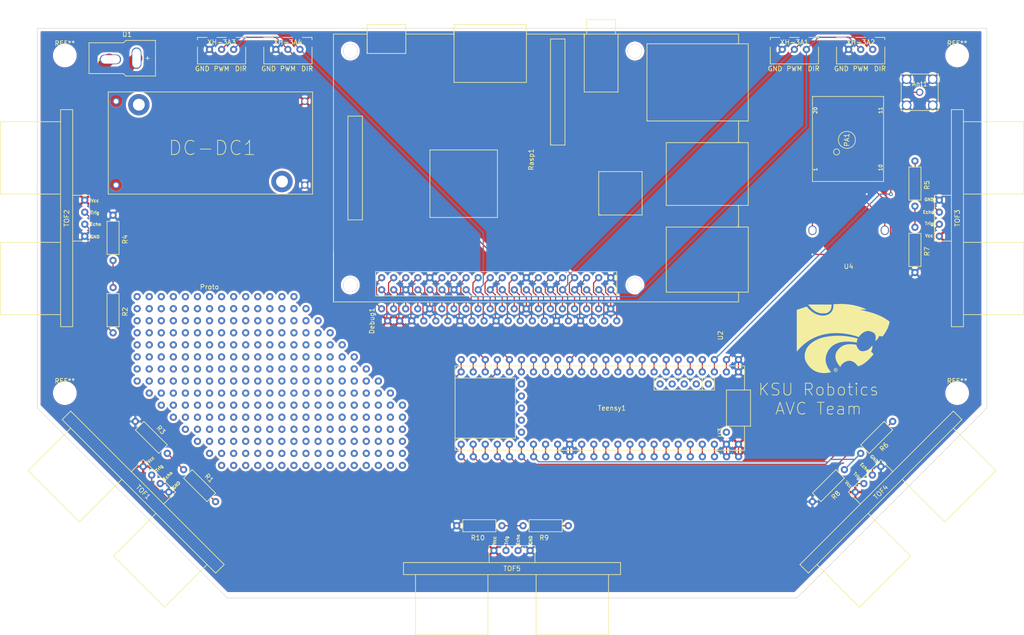
<source format=kicad_pcb>
(kicad_pcb (version 20171130) (host pcbnew "(5.1.10)-1")
  (layers (0 F.Cu signal) (31 B.Cu signal) (34 B.Paste user) (35 F.Paste user) (36 B.SilkS user) (37 F.SilkS user) (38 B.Mask user) (39 F.Mask user) (44 Edge.Cuts user))
  (net 0 "")
  (net 1 GND)
  (net 2 "Net-(Ant1-Pad1)")
  (net 3 5V)
  (net 4 "Net-(DC-DC1-PadIN-)")
  (net 5 "Net-(DC-DC1-PadIN+)")
  (net 6 "Net-(Debug1-Pad8)")
  (net 7 "Net-(Debug1-Pad10)")
  (net 8 "Net-(Debug1-Pad12)")
  (net 9 DIR1)
  (net 10 DIR2)
  (net 11 "Net-(Debug1-Pad22)")
  (net 12 "Net-(Debug1-Pad24)")
  (net 13 "Net-(Debug1-Pad26)")
  (net 14 "Net-(Debug1-Pad28)")
  (net 15 PWMLeft)
  (net 16 PWMRight)
  (net 17 "Net-(Debug1-Pad36)")
  (net 18 "Net-(Debug1-Pad38)")
  (net 19 "Net-(Debug1-Pad40)")
  (net 20 3.3V)
  (net 21 "Net-(PA1-Pad2)")
  (net 22 "Net-(PA1-Pad3)")
  (net 23 VBattery)
  (net 24 "Net-(PA1-Pad5)")
  (net 25 "Net-(PA1-Pad6)")
  (net 26 "Net-(PA1-Pad7)")
  (net 27 TX0)
  (net 28 RX0)
  (net 29 "Net-(PA1-Pad12)")
  (net 30 "Net-(PA1-Pad13)")
  (net 31 "Net-(PA1-Pad14)")
  (net 32 "Net-(PA1-Pad15)")
  (net 33 "Net-(PA1-Pad16)")
  (net 34 "Net-(PA1-Pad17)")
  (net 35 "Net-(PA1-Pad18)")
  (net 36 "Net-(PA1-Pad19)")
  (net 37 "Net-(PA1-Pad20)")
  (net 38 "Net-(R1-Pad1)")
  (net 39 TOF1)
  (net 40 TOF2)
  (net 41 "Net-(R2-Pad1)")
  (net 42 TOF3)
  (net 43 "Net-(R5-Pad2)")
  (net 44 TOF4)
  (net 45 "Net-(R6-Pad2)")
  (net 46 "Net-(R9-Pad2)")
  (net 47 TOF5)
  (net 48 "Net-(Teensy1-Pad2)")
  (net 49 "Net-(Teensy1-Pad3)")
  (net 50 "Net-(Teensy1-Pad4)")
  (net 51 "Net-(Teensy1-Pad5)")
  (net 52 "Net-(Teensy1-Pad6)")
  (net 53 "Net-(Teensy1-Pad7)")
  (net 54 "Net-(Teensy1-Pad8)")
  (net 55 "Net-(Teensy1-Pad9)")
  (net 56 "Net-(Teensy1-Pad10)")
  (net 57 "Net-(Teensy1-Pad11)")
  (net 58 "Net-(Teensy1-Pad12)")
  (net 59 "Net-(Teensy1-Pad13)")
  (net 60 "Net-(Teensy1-Pad14)")
  (net 61 "Net-(Teensy1-Pad15)")
  (net 62 "Net-(Teensy1-Pad16)")
  (net 63 "Net-(Teensy1-Pad17)")
  (net 64 "Net-(Teensy1-Pad18)")
  (net 65 "Net-(Teensy1-Pad19)")
  (net 66 "Net-(Teensy1-Pad20)")
  (net 67 "Net-(Teensy1-Pad21)")
  (net 68 "Net-(Teensy1-Pad22)")
  (net 69 "Net-(Teensy1-Pad23)")
  (net 70 SCL)
  (net 71 SDA)
  (net 72 "Net-(Teensy1-Pad26)")
  (net 73 "Net-(Teensy1-Pad27)")
  (net 74 Trig5)
  (net 75 Trig4)
  (net 76 Trig3)
  (net 77 Trig2)
  (net 78 Trig1)
  (net 79 "Net-(Teensy1-Pad40)")
  (net 80 "Net-(Teensy1-Pad41)")
  (net 81 "Net-(Teensy1-PadV1)")
  (net 82 1)
  (net 83 3)
  (net 84 5)
  (net 85 7)
  (net 86 11)
  (net 87 13)
  (net 88 15)
  (net 89 17)
  (net 90 19)
  (net 91 21)
  (net 92 23)
  (net 93 27)
  (net 94 29)
  (net 95 31)
  (net 96 35)
  (net 97 37)
  (net 98 "Net-(Teensy1-Pad31)")
  (net 99 "Net-(Teensy1-Pad35)")
  (module Custom_sym:Proto1 (layer F.Cu) (at 81.28 93.98)
    (fp_text reference Proto (at 0 0.5) (layer F.SilkS))
    (fp_text value Proto1)
    (pad 106 thru_hole circle (at 35.56 35.56) (size 1.524 1.524) (drill 0.762) (layers *.Cu *.Mask))
    (pad 105 thru_hole circle (at 38.1 35.56) (size 1.524 1.524) (drill 0.762) (layers *.Cu *.Mask))
    (pad 104 thru_hole circle (at 38.1 33.02) (size 1.524 1.524) (drill 0.762) (layers *.Cu *.Mask))
    (pad 103 thru_hole circle (at 35.56 33.02) (size 1.524 1.524) (drill 0.762) (layers *.Cu *.Mask))
    (pad 102 thru_hole circle (at 30.48 30.48) (size 1.524 1.524) (drill 0.762) (layers *.Cu *.Mask))
    (pad 101 thru_hole circle (at 33.02 30.48) (size 1.524 1.524) (drill 0.762) (layers *.Cu *.Mask))
    (pad 100 thru_hole circle (at 35.56 30.48) (size 1.524 1.524) (drill 0.762) (layers *.Cu *.Mask))
    (pad 99 thru_hole circle (at 38.1 30.48) (size 1.524 1.524) (drill 0.762) (layers *.Cu *.Mask))
    (pad 98 thru_hole circle (at 38.1 27.94) (size 1.524 1.524) (drill 0.762) (layers *.Cu *.Mask))
    (pad 97 thru_hole circle (at 35.56 27.94) (size 1.524 1.524) (drill 0.762) (layers *.Cu *.Mask))
    (pad 96 thru_hole circle (at 33.02 27.94) (size 1.524 1.524) (drill 0.762) (layers *.Cu *.Mask))
    (pad 95 thru_hole circle (at 30.48 27.94) (size 1.524 1.524) (drill 0.762) (layers *.Cu *.Mask))
    (pad 94 thru_hole circle (at 27.94 27.94) (size 1.524 1.524) (drill 0.762) (layers *.Cu *.Mask))
    (pad 92 thru_hole circle (at 25.4 25.4) (size 1.524 1.524) (drill 0.762) (layers *.Cu *.Mask))
    (pad 91 thru_hole circle (at 27.94 25.4) (size 1.524 1.524) (drill 0.762) (layers *.Cu *.Mask))
    (pad 90 thru_hole circle (at 30.48 25.4) (size 1.524 1.524) (drill 0.762) (layers *.Cu *.Mask))
    (pad 89 thru_hole circle (at 33.02 25.4) (size 1.524 1.524) (drill 0.762) (layers *.Cu *.Mask))
    (pad 88 thru_hole circle (at 35.56 25.4) (size 1.524 1.524) (drill 0.762) (layers *.Cu *.Mask))
    (pad 87 thru_hole circle (at 38.1 25.4) (size 1.524 1.524) (drill 0.762) (layers *.Cu *.Mask))
    (pad 86 thru_hole circle (at 35.56 22.86) (size 1.524 1.524) (drill 0.762) (layers *.Cu *.Mask))
    (pad 85 thru_hole circle (at 33.02 22.86) (size 1.524 1.524) (drill 0.762) (layers *.Cu *.Mask))
    (pad 84 thru_hole circle (at 30.48 22.86) (size 1.524 1.524) (drill 0.762) (layers *.Cu *.Mask))
    (pad 83 thru_hole circle (at 27.94 22.86) (size 1.524 1.524) (drill 0.762) (layers *.Cu *.Mask))
    (pad 82 thru_hole circle (at 25.4 22.86) (size 1.524 1.524) (drill 0.762) (layers *.Cu *.Mask))
    (pad 81 thru_hole circle (at 22.86 22.86) (size 1.524 1.524) (drill 0.762) (layers *.Cu *.Mask))
    (pad 80 thru_hole circle (at 22.86 10.16) (size 1.524 1.524) (drill 0.762) (layers *.Cu *.Mask))
    (pad 79 thru_hole circle (at 22.86 12.7) (size 1.524 1.524) (drill 0.762) (layers *.Cu *.Mask))
    (pad 78 thru_hole circle (at 25.4 12.7) (size 1.524 1.524) (drill 0.762) (layers *.Cu *.Mask))
    (pad 77 thru_hole circle (at 27.94 15.24) (size 1.524 1.524) (drill 0.762) (layers *.Cu *.Mask))
    (pad 76 thru_hole circle (at 25.4 15.24) (size 1.524 1.524) (drill 0.762) (layers *.Cu *.Mask))
    (pad 75 thru_hole circle (at 22.86 15.24) (size 1.524 1.524) (drill 0.762) (layers *.Cu *.Mask))
    (pad 74 thru_hole circle (at 22.86 17.78) (size 1.524 1.524) (drill 0.762) (layers *.Cu *.Mask))
    (pad 73 thru_hole circle (at 25.4 17.78) (size 1.524 1.524) (drill 0.762) (layers *.Cu *.Mask))
    (pad 72 thru_hole circle (at 27.94 17.78) (size 1.524 1.524) (drill 0.762) (layers *.Cu *.Mask))
    (pad 71 thru_hole circle (at 30.48 17.78) (size 1.524 1.524) (drill 0.762) (layers *.Cu *.Mask))
    (pad 70 thru_hole circle (at 33.02 20.32) (size 1.524 1.524) (drill 0.762) (layers *.Cu *.Mask))
    (pad 69 thru_hole circle (at 27.94 20.32) (size 1.524 1.524) (drill 0.762) (layers *.Cu *.Mask))
    (pad 68 thru_hole circle (at 30.48 20.32) (size 1.524 1.524) (drill 0.762) (layers *.Cu *.Mask))
    (pad 67 thru_hole circle (at 22.86 20.32) (size 1.524 1.524) (drill 0.762) (layers *.Cu *.Mask))
    (pad 66 thru_hole circle (at 25.4 20.32) (size 1.524 1.524) (drill 0.762) (layers *.Cu *.Mask))
    (pad 65 thru_hole circle (at 20.32 20.32) (size 1.524 1.524) (drill 0.762) (layers *.Cu *.Mask))
    (pad 64 thru_hole circle (at 20.32 17.78) (size 1.524 1.524) (drill 0.762) (layers *.Cu *.Mask))
    (pad 63 thru_hole circle (at 20.32 15.24) (size 1.524 1.524) (drill 0.762) (layers *.Cu *.Mask))
    (pad 62 thru_hole circle (at 20.32 12.7) (size 1.524 1.524) (drill 0.762) (layers *.Cu *.Mask))
    (pad 61 thru_hole circle (at 20.32 10.16) (size 1.524 1.524) (drill 0.762) (layers *.Cu *.Mask))
    (pad 60 thru_hole circle (at 20.32 7.62) (size 1.524 1.524) (drill 0.762) (layers *.Cu *.Mask))
    (pad 59 thru_hole circle (at 0 33.02) (size 1.524 1.524) (drill 0.762) (layers *.Cu *.Mask))
    (pad 7 thru_hole circle (at 15.24 35.56) (size 1.524 1.524) (drill 0.762) (layers *.Cu *.Mask))
    (pad 10 thru_hole circle (at 22.86 35.56) (size 1.524 1.524) (drill 0.762) (layers *.Cu *.Mask))
    (pad 14 thru_hole circle (at 33.02 35.56) (size 1.524 1.524) (drill 0.762) (layers *.Cu *.Mask))
    (pad 13 thru_hole circle (at 30.48 35.56) (size 1.524 1.524) (drill 0.762) (layers *.Cu *.Mask))
    (pad 8 thru_hole circle (at 20.32 35.56) (size 1.524 1.524) (drill 0.762) (layers *.Cu *.Mask))
    (pad 3 thru_hole circle (at 5.08 35.56) (size 1.524 1.524) (drill 0.762) (layers *.Cu *.Mask))
    (pad 4 thru_hole circle (at 7.62 35.56) (size 1.524 1.524) (drill 0.762) (layers *.Cu *.Mask))
    (pad 11 thru_hole circle (at 25.4 35.56) (size 1.524 1.524) (drill 0.762) (layers *.Cu *.Mask))
    (pad 12 thru_hole circle (at 27.94 35.56) (size 1.524 1.524) (drill 0.762) (layers *.Cu *.Mask))
    (pad 5 thru_hole circle (at 10.16 35.56) (size 1.524 1.524) (drill 0.762) (layers *.Cu *.Mask))
    (pad 9 thru_hole circle (at 17.78 35.56) (size 1.524 1.524) (drill 0.762) (layers *.Cu *.Mask))
    (pad 2 thru_hole circle (at 2.54 35.56) (size 1.524 1.524) (drill 0.762) (layers *.Cu *.Mask))
    (pad 6 thru_hole circle (at 12.7 35.56) (size 1.524 1.524) (drill 0.762) (layers *.Cu *.Mask))
    (pad 8 thru_hole circle (at 20.32 33.02) (size 1.524 1.524) (drill 0.762) (layers *.Cu *.Mask))
    (pad 14 thru_hole circle (at 33.02 33.02) (size 1.524 1.524) (drill 0.762) (layers *.Cu *.Mask))
    (pad 10 thru_hole circle (at 22.86 33.02) (size 1.524 1.524) (drill 0.762) (layers *.Cu *.Mask))
    (pad 5 thru_hole circle (at 10.16 33.02) (size 1.524 1.524) (drill 0.762) (layers *.Cu *.Mask))
    (pad 13 thru_hole circle (at 30.48 33.02) (size 1.524 1.524) (drill 0.762) (layers *.Cu *.Mask))
    (pad 2 thru_hole circle (at 2.54 33.02) (size 1.524 1.524) (drill 0.762) (layers *.Cu *.Mask))
    (pad 7 thru_hole circle (at 15.24 33.02) (size 1.524 1.524) (drill 0.762) (layers *.Cu *.Mask))
    (pad 6 thru_hole circle (at 12.7 33.02) (size 1.524 1.524) (drill 0.762) (layers *.Cu *.Mask))
    (pad 12 thru_hole circle (at 27.94 33.02) (size 1.524 1.524) (drill 0.762) (layers *.Cu *.Mask))
    (pad 3 thru_hole circle (at 5.08 33.02) (size 1.524 1.524) (drill 0.762) (layers *.Cu *.Mask))
    (pad 4 thru_hole circle (at 7.62 33.02) (size 1.524 1.524) (drill 0.762) (layers *.Cu *.Mask))
    (pad 11 thru_hole circle (at 25.4 33.02) (size 1.524 1.524) (drill 0.762) (layers *.Cu *.Mask))
    (pad 9 thru_hole circle (at 17.78 33.02) (size 1.524 1.524) (drill 0.762) (layers *.Cu *.Mask))
    (pad 6 thru_hole circle (at 7.62 30.48) (size 1.524 1.524) (drill 0.762) (layers *.Cu *.Mask))
    (pad 7 thru_hole circle (at 10.16 30.48) (size 1.524 1.524) (drill 0.762) (layers *.Cu *.Mask))
    (pad 5 thru_hole circle (at 5.08 30.48) (size 1.524 1.524) (drill 0.762) (layers *.Cu *.Mask))
    (pad 12 thru_hole circle (at 22.86 30.48) (size 1.524 1.524) (drill 0.762) (layers *.Cu *.Mask))
    (pad 11 thru_hole circle (at 20.32 30.48) (size 1.524 1.524) (drill 0.762) (layers *.Cu *.Mask))
    (pad 8 thru_hole circle (at 15.24 30.48) (size 1.524 1.524) (drill 0.762) (layers *.Cu *.Mask))
    (pad 9 thru_hole circle (at 12.7 30.48) (size 1.524 1.524) (drill 0.762) (layers *.Cu *.Mask))
    (pad 3 thru_hole circle (at 0 30.48) (size 1.524 1.524) (drill 0.762) (layers *.Cu *.Mask))
    (pad 14 thru_hole circle (at 27.94 30.48) (size 1.524 1.524) (drill 0.762) (layers *.Cu *.Mask))
    (pad 10 thru_hole circle (at 17.78 30.48) (size 1.524 1.524) (drill 0.762) (layers *.Cu *.Mask))
    (pad 4 thru_hole circle (at 2.54 30.48) (size 1.524 1.524) (drill 0.762) (layers *.Cu *.Mask))
    (pad 13 thru_hole circle (at 25.4 30.48) (size 1.524 1.524) (drill 0.762) (layers *.Cu *.Mask))
    (pad 2 thru_hole circle (at -2.54 30.48) (size 1.524 1.524) (drill 0.762) (layers *.Cu *.Mask))
    (pad 9 thru_hole circle (at 10.16 27.94) (size 1.524 1.524) (drill 0.762) (layers *.Cu *.Mask))
    (pad 11 thru_hole circle (at 17.78 27.94) (size 1.524 1.524) (drill 0.762) (layers *.Cu *.Mask))
    (pad 12 thru_hole circle (at 20.32 27.94) (size 1.524 1.524) (drill 0.762) (layers *.Cu *.Mask))
    (pad 4 thru_hole circle (at 0 27.94) (size 1.524 1.524) (drill 0.762) (layers *.Cu *.Mask))
    (pad 2 thru_hole circle (at -5.08 27.94) (size 1.524 1.524) (drill 0.762) (layers *.Cu *.Mask))
    (pad 14 thru_hole circle (at 25.4 27.94) (size 1.524 1.524) (drill 0.762) (layers *.Cu *.Mask))
    (pad 8 thru_hole circle (at 12.7 27.94) (size 1.524 1.524) (drill 0.762) (layers *.Cu *.Mask))
    (pad 3 thru_hole circle (at -2.54 27.94) (size 1.524 1.524) (drill 0.762) (layers *.Cu *.Mask))
    (pad 13 thru_hole circle (at 22.86 27.94) (size 1.524 1.524) (drill 0.762) (layers *.Cu *.Mask))
    (pad 10 thru_hole circle (at 15.24 27.94) (size 1.524 1.524) (drill 0.762) (layers *.Cu *.Mask))
    (pad 6 thru_hole circle (at 5.08 27.94) (size 1.524 1.524) (drill 0.762) (layers *.Cu *.Mask))
    (pad 7 thru_hole circle (at 7.62 27.94) (size 1.524 1.524) (drill 0.762) (layers *.Cu *.Mask))
    (pad 5 thru_hole circle (at 2.54 27.94) (size 1.524 1.524) (drill 0.762) (layers *.Cu *.Mask))
    (pad 4 thru_hole circle (at -2.54 25.4) (size 1.524 1.524) (drill 0.762) (layers *.Cu *.Mask))
    (pad 6 thru_hole circle (at 2.54 25.4) (size 1.524 1.524) (drill 0.762) (layers *.Cu *.Mask))
    (pad 14 thru_hole circle (at 22.86 25.4) (size 1.524 1.524) (drill 0.762) (layers *.Cu *.Mask))
    (pad 13 thru_hole circle (at 20.32 25.4) (size 1.524 1.524) (drill 0.762) (layers *.Cu *.Mask))
    (pad 3 thru_hole circle (at -5.08 25.4) (size 1.524 1.524) (drill 0.762) (layers *.Cu *.Mask))
    (pad 9 thru_hole circle (at 7.62 25.4) (size 1.524 1.524) (drill 0.762) (layers *.Cu *.Mask))
    (pad 10 thru_hole circle (at 12.7 25.4) (size 1.524 1.524) (drill 0.762) (layers *.Cu *.Mask))
    (pad 7 thru_hole circle (at 5.08 25.4) (size 1.524 1.524) (drill 0.762) (layers *.Cu *.Mask))
    (pad 12 thru_hole circle (at 17.78 25.4) (size 1.524 1.524) (drill 0.762) (layers *.Cu *.Mask))
    (pad 2 thru_hole circle (at -7.62 25.4) (size 1.524 1.524) (drill 0.762) (layers *.Cu *.Mask))
    (pad 8 thru_hole circle (at 10.16 25.4) (size 1.524 1.524) (drill 0.762) (layers *.Cu *.Mask))
    (pad 11 thru_hole circle (at 15.24 25.4) (size 1.524 1.524) (drill 0.762) (layers *.Cu *.Mask))
    (pad 5 thru_hole circle (at 0 25.4) (size 1.524 1.524) (drill 0.762) (layers *.Cu *.Mask))
    (pad 6 thru_hole circle (at 0 22.86) (size 1.524 1.524) (drill 0.762) (layers *.Cu *.Mask))
    (pad 12 thru_hole circle (at 15.24 22.86) (size 1.524 1.524) (drill 0.762) (layers *.Cu *.Mask))
    (pad 2 thru_hole circle (at -10.16 22.86) (size 1.524 1.524) (drill 0.762) (layers *.Cu *.Mask))
    (pad 8 thru_hole circle (at 7.62 22.86) (size 1.524 1.524) (drill 0.762) (layers *.Cu *.Mask))
    (pad 10 thru_hole circle (at 10.16 22.86) (size 1.524 1.524) (drill 0.762) (layers *.Cu *.Mask))
    (pad 14 thru_hole circle (at 20.32 22.86) (size 1.524 1.524) (drill 0.762) (layers *.Cu *.Mask))
    (pad 13 thru_hole circle (at 17.78 22.86) (size 1.524 1.524) (drill 0.762) (layers *.Cu *.Mask))
    (pad 4 thru_hole circle (at -5.08 22.86) (size 1.524 1.524) (drill 0.762) (layers *.Cu *.Mask))
    (pad 11 thru_hole circle (at 12.7 22.86) (size 1.524 1.524) (drill 0.762) (layers *.Cu *.Mask))
    (pad 3 thru_hole circle (at -7.62 22.86) (size 1.524 1.524) (drill 0.762) (layers *.Cu *.Mask))
    (pad 5 thru_hole circle (at -2.54 22.86) (size 1.524 1.524) (drill 0.762) (layers *.Cu *.Mask))
    (pad 9 thru_hole circle (at 5.08 22.86) (size 1.524 1.524) (drill 0.762) (layers *.Cu *.Mask))
    (pad 7 thru_hole circle (at 2.54 22.86) (size 1.524 1.524) (drill 0.762) (layers *.Cu *.Mask))
    (pad 11 thru_hole circle (at 10.16 20.32) (size 1.524 1.524) (drill 0.762) (layers *.Cu *.Mask))
    (pad 3 thru_hole circle (at -10.16 20.32) (size 1.524 1.524) (drill 0.762) (layers *.Cu *.Mask))
    (pad 6 thru_hole circle (at -2.54 20.32) (size 1.524 1.524) (drill 0.762) (layers *.Cu *.Mask))
    (pad 5 thru_hole circle (at -5.08 20.32) (size 1.524 1.524) (drill 0.762) (layers *.Cu *.Mask))
    (pad 12 thru_hole circle (at 12.7 20.32) (size 1.524 1.524) (drill 0.762) (layers *.Cu *.Mask))
    (pad 13 thru_hole circle (at 15.24 20.32) (size 1.524 1.524) (drill 0.762) (layers *.Cu *.Mask))
    (pad 2 thru_hole circle (at -12.7 20.32) (size 1.524 1.524) (drill 0.762) (layers *.Cu *.Mask))
    (pad 4 thru_hole circle (at -7.62 20.32) (size 1.524 1.524) (drill 0.762) (layers *.Cu *.Mask))
    (pad 9 thru_hole circle (at 2.54 20.32) (size 1.524 1.524) (drill 0.762) (layers *.Cu *.Mask))
    (pad 10 thru_hole circle (at 7.62 20.32) (size 1.524 1.524) (drill 0.762) (layers *.Cu *.Mask))
    (pad 14 thru_hole circle (at 17.78 20.32) (size 1.524 1.524) (drill 0.762) (layers *.Cu *.Mask))
    (pad 8 thru_hole circle (at 5.08 20.32) (size 1.524 1.524) (drill 0.762) (layers *.Cu *.Mask))
    (pad 7 thru_hole circle (at 0 20.32) (size 1.524 1.524) (drill 0.762) (layers *.Cu *.Mask))
    (pad 2 thru_hole circle (at -12.7 17.78) (size 1.524 1.524) (drill 0.762) (layers *.Cu *.Mask))
    (pad 4 thru_hole circle (at -7.62 17.78) (size 1.524 1.524) (drill 0.762) (layers *.Cu *.Mask))
    (pad 5 thru_hole circle (at -5.08 17.78) (size 1.524 1.524) (drill 0.762) (layers *.Cu *.Mask))
    (pad 9 thru_hole circle (at 2.54 17.78) (size 1.524 1.524) (drill 0.762) (layers *.Cu *.Mask))
    (pad 6 thru_hole circle (at -2.54 17.78) (size 1.524 1.524) (drill 0.762) (layers *.Cu *.Mask))
    (pad 10 thru_hole circle (at 7.62 17.78) (size 1.524 1.524) (drill 0.762) (layers *.Cu *.Mask))
    (pad 11 thru_hole circle (at 10.16 17.78) (size 1.524 1.524) (drill 0.762) (layers *.Cu *.Mask))
    (pad 12 thru_hole circle (at 12.7 17.78) (size 1.524 1.524) (drill 0.762) (layers *.Cu *.Mask))
    (pad 8 thru_hole circle (at 5.08 17.78) (size 1.524 1.524) (drill 0.762) (layers *.Cu *.Mask))
    (pad 7 thru_hole circle (at 0 17.78) (size 1.524 1.524) (drill 0.762) (layers *.Cu *.Mask))
    (pad 3 thru_hole circle (at -10.16 17.78) (size 1.524 1.524) (drill 0.762) (layers *.Cu *.Mask))
    (pad 13 thru_hole circle (at 15.24 17.78) (size 1.524 1.524) (drill 0.762) (layers *.Cu *.Mask))
    (pad 14 thru_hole circle (at 17.78 17.78) (size 1.524 1.524) (drill 0.762) (layers *.Cu *.Mask))
    (pad 12 thru_hole circle (at 12.7 15.24) (size 1.524 1.524) (drill 0.762) (layers *.Cu *.Mask))
    (pad 7 thru_hole circle (at 0 15.24) (size 1.524 1.524) (drill 0.762) (layers *.Cu *.Mask))
    (pad 3 thru_hole circle (at -10.16 15.24) (size 1.524 1.524) (drill 0.762) (layers *.Cu *.Mask))
    (pad 9 thru_hole circle (at 2.54 15.24) (size 1.524 1.524) (drill 0.762) (layers *.Cu *.Mask))
    (pad 13 thru_hole circle (at 15.24 15.24) (size 1.524 1.524) (drill 0.762) (layers *.Cu *.Mask))
    (pad 8 thru_hole circle (at 5.08 15.24) (size 1.524 1.524) (drill 0.762) (layers *.Cu *.Mask))
    (pad 10 thru_hole circle (at 7.62 15.24) (size 1.524 1.524) (drill 0.762) (layers *.Cu *.Mask))
    (pad 4 thru_hole circle (at -7.62 15.24) (size 1.524 1.524) (drill 0.762) (layers *.Cu *.Mask))
    (pad 6 thru_hole circle (at -2.54 15.24) (size 1.524 1.524) (drill 0.762) (layers *.Cu *.Mask))
    (pad 11 thru_hole circle (at 10.16 15.24) (size 1.524 1.524) (drill 0.762) (layers *.Cu *.Mask))
    (pad 14 thru_hole circle (at 17.78 15.24) (size 1.524 1.524) (drill 0.762) (layers *.Cu *.Mask))
    (pad 5 thru_hole circle (at -5.08 15.24) (size 1.524 1.524) (drill 0.762) (layers *.Cu *.Mask))
    (pad 2 thru_hole circle (at -12.7 15.24) (size 1.524 1.524) (drill 0.762) (layers *.Cu *.Mask))
    (pad 9 thru_hole circle (at 2.54 12.7) (size 1.524 1.524) (drill 0.762) (layers *.Cu *.Mask))
    (pad 12 thru_hole circle (at 12.7 12.7) (size 1.524 1.524) (drill 0.762) (layers *.Cu *.Mask))
    (pad 7 thru_hole circle (at 0 12.7) (size 1.524 1.524) (drill 0.762) (layers *.Cu *.Mask))
    (pad 13 thru_hole circle (at 15.24 12.7) (size 1.524 1.524) (drill 0.762) (layers *.Cu *.Mask))
    (pad 3 thru_hole circle (at -10.16 12.7) (size 1.524 1.524) (drill 0.762) (layers *.Cu *.Mask))
    (pad 4 thru_hole circle (at -7.62 12.7) (size 1.524 1.524) (drill 0.762) (layers *.Cu *.Mask))
    (pad 10 thru_hole circle (at 7.62 12.7) (size 1.524 1.524) (drill 0.762) (layers *.Cu *.Mask))
    (pad 6 thru_hole circle (at -2.54 12.7) (size 1.524 1.524) (drill 0.762) (layers *.Cu *.Mask))
    (pad 8 thru_hole circle (at 5.08 12.7) (size 1.524 1.524) (drill 0.762) (layers *.Cu *.Mask))
    (pad 11 thru_hole circle (at 10.16 12.7) (size 1.524 1.524) (drill 0.762) (layers *.Cu *.Mask))
    (pad 14 thru_hole circle (at 17.78 12.7) (size 1.524 1.524) (drill 0.762) (layers *.Cu *.Mask))
    (pad 5 thru_hole circle (at -5.08 12.7) (size 1.524 1.524) (drill 0.762) (layers *.Cu *.Mask))
    (pad 2 thru_hole circle (at -12.7 12.7) (size 1.524 1.524) (drill 0.762) (layers *.Cu *.Mask))
    (pad 10 thru_hole circle (at 7.62 10.16) (size 1.524 1.524) (drill 0.762) (layers *.Cu *.Mask))
    (pad 12 thru_hole circle (at 12.7 10.16) (size 1.524 1.524) (drill 0.762) (layers *.Cu *.Mask))
    (pad 6 thru_hole circle (at -2.54 10.16) (size 1.524 1.524) (drill 0.762) (layers *.Cu *.Mask))
    (pad 8 thru_hole circle (at 5.08 10.16) (size 1.524 1.524) (drill 0.762) (layers *.Cu *.Mask))
    (pad 4 thru_hole circle (at -7.62 10.16) (size 1.524 1.524) (drill 0.762) (layers *.Cu *.Mask))
    (pad 11 thru_hole circle (at 10.16 10.16) (size 1.524 1.524) (drill 0.762) (layers *.Cu *.Mask))
    (pad 9 thru_hole circle (at 2.54 10.16) (size 1.524 1.524) (drill 0.762) (layers *.Cu *.Mask))
    (pad 7 thru_hole circle (at 0 10.16) (size 1.524 1.524) (drill 0.762) (layers *.Cu *.Mask))
    (pad 3 thru_hole circle (at -10.16 10.16) (size 1.524 1.524) (drill 0.762) (layers *.Cu *.Mask))
    (pad 14 thru_hole circle (at 17.78 10.16) (size 1.524 1.524) (drill 0.762) (layers *.Cu *.Mask))
    (pad 13 thru_hole circle (at 15.24 10.16) (size 1.524 1.524) (drill 0.762) (layers *.Cu *.Mask))
    (pad 5 thru_hole circle (at -5.08 10.16) (size 1.524 1.524) (drill 0.762) (layers *.Cu *.Mask))
    (pad 2 thru_hole circle (at -12.7 10.16) (size 1.524 1.524) (drill 0.762) (layers *.Cu *.Mask))
    (pad 5 thru_hole circle (at -5.08 7.62) (size 1.524 1.524) (drill 0.762) (layers *.Cu *.Mask))
    (pad 3 thru_hole circle (at -10.16 7.62) (size 1.524 1.524) (drill 0.762) (layers *.Cu *.Mask))
    (pad 7 thru_hole circle (at 0 7.62) (size 1.524 1.524) (drill 0.762) (layers *.Cu *.Mask))
    (pad 4 thru_hole circle (at -7.62 7.62) (size 1.524 1.524) (drill 0.762) (layers *.Cu *.Mask))
    (pad 8 thru_hole circle (at 5.08 7.62) (size 1.524 1.524) (drill 0.762) (layers *.Cu *.Mask))
    (pad 11 thru_hole circle (at 10.16 7.62) (size 1.524 1.524) (drill 0.762) (layers *.Cu *.Mask))
    (pad 14 thru_hole circle (at 17.78 7.62) (size 1.524 1.524) (drill 0.762) (layers *.Cu *.Mask))
    (pad 12 thru_hole circle (at 12.7 7.62) (size 1.524 1.524) (drill 0.762) (layers *.Cu *.Mask))
    (pad 2 thru_hole circle (at -12.7 7.62) (size 1.524 1.524) (drill 0.762) (layers *.Cu *.Mask))
    (pad 10 thru_hole circle (at 7.62 7.62) (size 1.524 1.524) (drill 0.762) (layers *.Cu *.Mask))
    (pad 13 thru_hole circle (at 15.24 7.62) (size 1.524 1.524) (drill 0.762) (layers *.Cu *.Mask))
    (pad 6 thru_hole circle (at -2.54 7.62) (size 1.524 1.524) (drill 0.762) (layers *.Cu *.Mask))
    (pad 9 thru_hole circle (at 2.54 7.62) (size 1.524 1.524) (drill 0.762) (layers *.Cu *.Mask))
    (pad 10 thru_hole circle (at 7.62 5.08) (size 1.524 1.524) (drill 0.762) (layers *.Cu *.Mask))
    (pad 6 thru_hole circle (at -2.54 5.08) (size 1.524 1.524) (drill 0.762) (layers *.Cu *.Mask))
    (pad 3 thru_hole circle (at -10.16 5.08) (size 1.524 1.524) (drill 0.762) (layers *.Cu *.Mask))
    (pad 5 thru_hole circle (at -5.08 5.08) (size 1.524 1.524) (drill 0.762) (layers *.Cu *.Mask))
    (pad 8 thru_hole circle (at 5.08 5.08) (size 1.524 1.524) (drill 0.762) (layers *.Cu *.Mask))
    (pad 9 thru_hole circle (at 2.54 5.08) (size 1.524 1.524) (drill 0.762) (layers *.Cu *.Mask))
    (pad 13 thru_hole circle (at 15.24 5.08) (size 1.524 1.524) (drill 0.762) (layers *.Cu *.Mask))
    (pad 7 thru_hole circle (at 0 5.08) (size 1.524 1.524) (drill 0.762) (layers *.Cu *.Mask))
    (pad 14 thru_hole circle (at 17.78 5.08) (size 1.524 1.524) (drill 0.762) (layers *.Cu *.Mask))
    (pad 4 thru_hole circle (at -7.62 5.08) (size 1.524 1.524) (drill 0.762) (layers *.Cu *.Mask))
    (pad 12 thru_hole circle (at 12.7 5.08) (size 1.524 1.524) (drill 0.762) (layers *.Cu *.Mask))
    (pad 11 thru_hole circle (at 10.16 5.08) (size 1.524 1.524) (drill 0.762) (layers *.Cu *.Mask))
    (pad 2 thru_hole circle (at -12.7 5.08) (size 1.524 1.524) (drill 0.762) (layers *.Cu *.Mask))
    (pad 58 thru_hole circle (at 0 35.56) (size 1.524 1.524) (drill 0.762) (layers *.Cu *.Mask))
    (pad 57 thru_hole circle (at 2.54 38.1) (size 1.524 1.524) (drill 0.762) (layers *.Cu *.Mask))
    (pad 56 thru_hole circle (at 5.08 38.1) (size 1.524 1.524) (drill 0.762) (layers *.Cu *.Mask))
    (pad 55 thru_hole circle (at 7.62 38.1) (size 1.524 1.524) (drill 0.762) (layers *.Cu *.Mask))
    (pad 54 thru_hole circle (at 10.16 38.1) (size 1.524 1.524) (drill 0.762) (layers *.Cu *.Mask))
    (pad 53 thru_hole circle (at 12.7 38.1) (size 1.524 1.524) (drill 0.762) (layers *.Cu *.Mask))
    (pad 52 thru_hole circle (at 15.24 38.1) (size 1.524 1.524) (drill 0.762) (layers *.Cu *.Mask))
    (pad 51 thru_hole circle (at 17.78 38.1) (size 1.524 1.524) (drill 0.762) (layers *.Cu *.Mask))
    (pad 50 thru_hole circle (at 20.32 38.1) (size 1.524 1.524) (drill 0.762) (layers *.Cu *.Mask))
    (pad 49 thru_hole circle (at 22.86 38.1) (size 1.524 1.524) (drill 0.762) (layers *.Cu *.Mask))
    (pad 48 thru_hole circle (at 25.4 38.1) (size 1.524 1.524) (drill 0.762) (layers *.Cu *.Mask))
    (pad 47 thru_hole circle (at 27.94 38.1) (size 1.524 1.524) (drill 0.762) (layers *.Cu *.Mask))
    (pad 46 thru_hole circle (at 30.48 38.1) (size 1.524 1.524) (drill 0.762) (layers *.Cu *.Mask))
    (pad 45 thru_hole circle (at 33.02 38.1) (size 1.524 1.524) (drill 0.762) (layers *.Cu *.Mask))
    (pad 44 thru_hole circle (at 35.56 38.1) (size 1.524 1.524) (drill 0.762) (layers *.Cu *.Mask))
    (pad 43 thru_hole circle (at 38.1 38.1) (size 1.524 1.524) (drill 0.762) (layers *.Cu *.Mask))
    (pad 42 thru_hole circle (at 40.64 38.1) (size 1.524 1.524) (drill 0.762) (layers *.Cu *.Mask))
    (pad 40 thru_hole circle (at 40.64 35.56) (size 1.524 1.524) (drill 0.762) (layers *.Cu *.Mask))
    (pad 39 thru_hole circle (at 40.64 33.02) (size 1.524 1.524) (drill 0.762) (layers *.Cu *.Mask))
    (pad 38 thru_hole circle (at 40.64 30.48) (size 1.524 1.524) (drill 0.762) (layers *.Cu *.Mask))
    (pad 37 thru_hole circle (at 40.64 27.94) (size 1.524 1.524) (drill 0.762) (layers *.Cu *.Mask))
    (pad 36 thru_hole circle (at -2.54 33.02) (size 1.524 1.524) (drill 0.762) (layers *.Cu *.Mask))
    (pad 35 thru_hole circle (at -5.08 30.48) (size 1.524 1.524) (drill 0.762) (layers *.Cu *.Mask))
    (pad 34 thru_hole circle (at -7.62 27.94) (size 1.524 1.524) (drill 0.762) (layers *.Cu *.Mask))
    (pad 33 thru_hole circle (at -10.16 25.4) (size 1.524 1.524) (drill 0.762) (layers *.Cu *.Mask))
    (pad 32 thru_hole circle (at -12.7 22.86) (size 1.524 1.524) (drill 0.762) (layers *.Cu *.Mask))
    (pad 30 thru_hole circle (at 40.64 25.4) (size 1.524 1.524) (drill 0.762) (layers *.Cu *.Mask))
    (pad 29 thru_hole circle (at 38.1 22.86) (size 1.524 1.524) (drill 0.762) (layers *.Cu *.Mask))
    (pad 28 thru_hole circle (at 35.56 20.32) (size 1.524 1.524) (drill 0.762) (layers *.Cu *.Mask))
    (pad 27 thru_hole circle (at 33.02 17.78) (size 1.524 1.524) (drill 0.762) (layers *.Cu *.Mask))
    (pad 26 thru_hole circle (at 30.48 15.24) (size 1.524 1.524) (drill 0.762) (layers *.Cu *.Mask))
    (pad 25 thru_hole circle (at 27.94 12.7) (size 1.524 1.524) (drill 0.762) (layers *.Cu *.Mask))
    (pad 24 thru_hole circle (at 25.4 10.16) (size 1.524 1.524) (drill 0.762) (layers *.Cu *.Mask))
    (pad 23 thru_hole circle (at 22.86 7.62) (size 1.524 1.524) (drill 0.762) (layers *.Cu *.Mask))
    (pad 22 thru_hole circle (at 20.32 5.08) (size 1.524 1.524) (drill 0.762) (layers *.Cu *.Mask))
    (pad 21 thru_hole circle (at -15.24 20.32) (size 1.524 1.524) (drill 0.762) (layers *.Cu *.Mask))
    (pad 20 thru_hole circle (at -15.24 17.78) (size 1.524 1.524) (drill 0.762) (layers *.Cu *.Mask))
    (pad 19 thru_hole circle (at -15.24 15.24) (size 1.524 1.524) (drill 0.762) (layers *.Cu *.Mask))
    (pad 18 thru_hole circle (at -15.24 12.7) (size 1.524 1.524) (drill 0.762) (layers *.Cu *.Mask))
    (pad 17 thru_hole circle (at -15.24 10.16) (size 1.524 1.524) (drill 0.762) (layers *.Cu *.Mask))
    (pad 16 thru_hole circle (at -15.24 7.62) (size 1.524 1.524) (drill 0.762) (layers *.Cu *.Mask))
    (pad 15 thru_hole circle (at -15.24 5.08) (size 1.524 1.524) (drill 0.762) (layers *.Cu *.Mask))
    (pad 14 thru_hole circle (at 17.78 2.54) (size 1.524 1.524) (drill 0.762) (layers *.Cu *.Mask))
    (pad 13 thru_hole circle (at 15.24 2.54) (size 1.524 1.524) (drill 0.762) (layers *.Cu *.Mask))
    (pad 12 thru_hole circle (at 12.7 2.54) (size 1.524 1.524) (drill 0.762) (layers *.Cu *.Mask))
    (pad 11 thru_hole circle (at 10.16 2.54) (size 1.524 1.524) (drill 0.762) (layers *.Cu *.Mask))
    (pad 10 thru_hole circle (at 7.62 2.54) (size 1.524 1.524) (drill 0.762) (layers *.Cu *.Mask))
    (pad 9 thru_hole circle (at 2.54 2.54) (size 1.524 1.524) (drill 0.762) (layers *.Cu *.Mask))
    (pad 8 thru_hole circle (at 5.08 2.54) (size 1.524 1.524) (drill 0.762) (layers *.Cu *.Mask))
    (pad 7 thru_hole circle (at 0 2.54) (size 1.524 1.524) (drill 0.762) (layers *.Cu *.Mask))
    (pad 6 thru_hole circle (at -2.54 2.54) (size 1.524 1.524) (drill 0.762) (layers *.Cu *.Mask))
    (pad 5 thru_hole circle (at -5.08 2.54) (size 1.524 1.524) (drill 0.762) (layers *.Cu *.Mask))
    (pad 4 thru_hole circle (at -7.62 2.54) (size 1.524 1.524) (drill 0.762) (layers *.Cu *.Mask))
    (pad 3 thru_hole circle (at -10.16 2.54) (size 1.524 1.524) (drill 0.762) (layers *.Cu *.Mask))
    (pad 2 thru_hole circle (at -12.7 2.54) (size 1.524 1.524) (drill 0.762) (layers *.Cu *.Mask))
    (pad 1 thru_hole circle (at -15.24 2.54) (size 1.524 1.524) (drill 0.762) (layers *.Cu *.Mask))
  )
  (module "Custom_sym:K-State Logo" (layer F.Cu) (at 214.63 105.41)
    (fp_text reference G*** hide)
    (fp_text value LOGO hide)
  )
  (module Custom_sym:MountHole (layer F.Cu) (at 238.76 113.03)
    (fp_text reference REF** (at 0 1.27) (layer F.SilkS))
    (fp_text value MountHole)
    (pad "" np_thru_hole circle (at 0 3.81) (size 4 4) (drill 4) (layers *.Cu *.Mask))
  )
  (module Custom_sym:MountHole (layer F.Cu) (at 50.8 113.03)
    (fp_text reference REF** (at 0 1.27) (layer F.SilkS))
    (fp_text value MountHole)
    (pad "" np_thru_hole circle (at 0 3.81) (size 4 4) (drill 4) (layers *.Cu *.Mask))
  )
  (module Custom_sym:MountHole (layer F.Cu) (at 50.8 41.91)
    (fp_text reference REF** (at 0 1.27) (layer F.SilkS))
    (fp_text value MountHole)
    (pad "" np_thru_hole circle (at 0 3.81) (size 4 4) (drill 4) (layers *.Cu *.Mask))
  )
  (module Custom_sym:MountHole (layer F.Cu) (at 238.76 41.91)
    (fp_text reference REF** (at 0 1.27) (layer F.SilkS))
    (fp_text value MountHole)
    (pad "" np_thru_hole circle (at 0 3.81) (size 4 4) (drill 4) (layers *.Cu *.Mask))
  )
  (module Custom_sym:SMAAntennaMale (layer F.Cu) (at 229.87 45.72)
    (fp_text reference Ant1 (at 1 6) (layer F.SilkS))
    (fp_text value SMAAntennaMale)
    (pad Gnd thru_hole circle (at -1.75 5) (size 2 2) (drill 1.5) (layers *.Cu *.Mask) (net 1 GND))
    (pad Gnd thru_hole circle (at 3.75 5) (size 2 2) (drill 1.5) (layers *.Cu *.Mask) (net 1 GND))
    (pad Gnd thru_hole circle (at -1.75 10.5) (size 2 2) (drill 1.5) (layers *.Cu *.Mask) (net 1 GND))
    (pad Gnd thru_hole circle (at 3.75 10.5) (size 2 2) (drill 1.5) (layers *.Cu *.Mask) (net 1 GND))
    (pad 1 thru_hole circle (at 1 7.75) (size 1.524 1.524) (drill 1) (layers *.Cu *.Mask) (net 2 "Net-(Ant1-Pad1)"))
  )
  (module "Custom_sym:BuckConverter(LM2596)" (layer F.Cu) (at 92.71 69.85)
    (fp_text reference DC-DC1 (at -10.8585 -4.6355) (layer F.SilkS) (effects (font (size 3 3))))
    (fp_text value "BuckConverter(LM2596)")
    (pad OUT+ thru_hole circle (at 8.636 -14.478) (size 1.524 1.524) (drill 1) (layers *.Cu *.Mask) (net 3 5V))
    (pad OUT- thru_hole circle (at 8.636 3.175) (size 1.524 1.524) (drill 1) (layers *.Cu *.Mask) (net 1 GND))
    (pad IN- thru_hole circle (at -31.115 3.175) (size 1.524 1.524) (drill 1) (layers *.Cu *.Mask) (net 4 "Net-(DC-DC1-PadIN-)"))
    (pad IN+ thru_hole circle (at -31.1023 -14.478) (size 1.524 1.524) (drill 1) (layers *.Cu *.Mask) (net 5 "Net-(DC-DC1-PadIN+)"))
    (pad 1 thru_hole circle (at -26.3144 -13.7541) (size 4.5 4.5) (drill 2.5) (layers *.Cu *.Mask))
    (pad 2 thru_hole circle (at 3.8354 2.4257) (size 4.5 4.5) (drill 2.5) (layers *.Cu *.Mask))
  )
  (module Custom_sym:2×20 (layer F.Cu) (at 114.9858 101.6254 90)
    (fp_text reference Debug1 (at 0 0.5 90) (layer F.SilkS))
    (fp_text value RaspberryPiDebug)
    (pad 1 thru_hole circle (at 2.54 2.54 90) (size 1.524 1.524) (drill 0.762) (layers *.Cu *.Mask) (net 82 1))
    (pad 2 thru_hole circle (at 0 3.81 90) (size 1.524 1.524) (drill 0.762) (layers *.Cu *.Mask) (net 3 5V))
    (pad 3 thru_hole circle (at 2.54 5.08 90) (size 1.524 1.524) (drill 0.762) (layers *.Cu *.Mask) (net 83 3))
    (pad 4 thru_hole circle (at 0 6.35 90) (size 1.524 1.524) (drill 0.762) (layers *.Cu *.Mask) (net 3 5V))
    (pad 5 thru_hole circle (at 2.54 7.62 90) (size 1.524 1.524) (drill 0.762) (layers *.Cu *.Mask) (net 84 5))
    (pad 6 thru_hole circle (at 0 8.89 90) (size 1.524 1.524) (drill 0.762) (layers *.Cu *.Mask) (net 1 GND))
    (pad 7 thru_hole circle (at 2.54 10.16 90) (size 1.524 1.524) (drill 0.762) (layers *.Cu *.Mask) (net 85 7))
    (pad 8 thru_hole circle (at 0 11.43 90) (size 1.524 1.524) (drill 0.762) (layers *.Cu *.Mask) (net 6 "Net-(Debug1-Pad8)"))
    (pad 9 thru_hole circle (at 2.54 12.7 90) (size 1.524 1.524) (drill 0.762) (layers *.Cu *.Mask) (net 1 GND))
    (pad 10 thru_hole circle (at 0 13.97 90) (size 1.524 1.524) (drill 0.762) (layers *.Cu *.Mask) (net 7 "Net-(Debug1-Pad10)"))
    (pad 11 thru_hole circle (at 2.54 15.24 90) (size 1.524 1.524) (drill 0.762) (layers *.Cu *.Mask) (net 86 11))
    (pad 12 thru_hole circle (at 0 16.51 90) (size 1.524 1.524) (drill 0.762) (layers *.Cu *.Mask) (net 8 "Net-(Debug1-Pad12)"))
    (pad 13 thru_hole circle (at 2.54 17.78 90) (size 1.524 1.524) (drill 0.762) (layers *.Cu *.Mask) (net 87 13))
    (pad 14 thru_hole circle (at 0 19.05 90) (size 1.524 1.524) (drill 0.762) (layers *.Cu *.Mask) (net 1 GND))
    (pad 15 thru_hole circle (at 2.54 20.32 90) (size 1.524 1.524) (drill 0.762) (layers *.Cu *.Mask) (net 88 15))
    (pad 16 thru_hole circle (at 0 21.59 90) (size 1.524 1.524) (drill 0.762) (layers *.Cu *.Mask) (net 9 DIR1))
    (pad 17 thru_hole circle (at 2.54 22.86 90) (size 1.524 1.524) (drill 0.762) (layers *.Cu *.Mask) (net 89 17))
    (pad 18 thru_hole circle (at 0 24.13 90) (size 1.524 1.524) (drill 0.762) (layers *.Cu *.Mask) (net 10 DIR2))
    (pad 19 thru_hole circle (at 2.54 25.4 90) (size 1.524 1.524) (drill 0.762) (layers *.Cu *.Mask) (net 90 19))
    (pad 20 thru_hole circle (at 0 26.67 90) (size 1.524 1.524) (drill 0.762) (layers *.Cu *.Mask) (net 1 GND))
    (pad 21 thru_hole circle (at 2.54 27.94 90) (size 1.524 1.524) (drill 0.762) (layers *.Cu *.Mask) (net 91 21))
    (pad 22 thru_hole circle (at 0 29.21 90) (size 1.524 1.524) (drill 0.762) (layers *.Cu *.Mask) (net 11 "Net-(Debug1-Pad22)"))
    (pad 23 thru_hole circle (at 2.54 30.48 90) (size 1.524 1.524) (drill 0.762) (layers *.Cu *.Mask) (net 92 23))
    (pad 24 thru_hole circle (at 0 31.75 90) (size 1.524 1.524) (drill 0.762) (layers *.Cu *.Mask) (net 12 "Net-(Debug1-Pad24)"))
    (pad 25 thru_hole circle (at 2.54 33.02 90) (size 1.524 1.524) (drill 0.762) (layers *.Cu *.Mask) (net 1 GND))
    (pad 26 thru_hole circle (at 0 34.29 90) (size 1.524 1.524) (drill 0.762) (layers *.Cu *.Mask) (net 13 "Net-(Debug1-Pad26)"))
    (pad 27 thru_hole circle (at 2.54 35.56 90) (size 1.524 1.524) (drill 0.762) (layers *.Cu *.Mask) (net 93 27))
    (pad 28 thru_hole circle (at 0 36.83 90) (size 1.524 1.524) (drill 0.762) (layers *.Cu *.Mask) (net 14 "Net-(Debug1-Pad28)"))
    (pad 29 thru_hole circle (at 2.54 38.1 90) (size 1.524 1.524) (drill 0.762) (layers *.Cu *.Mask) (net 94 29))
    (pad 30 thru_hole circle (at 0 39.37 90) (size 1.524 1.524) (drill 0.762) (layers *.Cu *.Mask) (net 1 GND))
    (pad 31 thru_hole circle (at 2.54 40.64 90) (size 1.524 1.524) (drill 0.762) (layers *.Cu *.Mask) (net 95 31))
    (pad 32 thru_hole circle (at 0 41.91 90) (size 1.524 1.524) (drill 0.762) (layers *.Cu *.Mask) (net 15 PWMLeft))
    (pad 33 thru_hole circle (at 2.54 43.18 90) (size 1.524 1.524) (drill 0.762) (layers *.Cu *.Mask) (net 16 PWMRight))
    (pad 34 thru_hole circle (at 0 44.45 90) (size 1.524 1.524) (drill 0.762) (layers *.Cu *.Mask) (net 1 GND))
    (pad 35 thru_hole circle (at 2.54 45.72 90) (size 1.524 1.524) (drill 0.762) (layers *.Cu *.Mask) (net 96 35))
    (pad 36 thru_hole circle (at 0 46.99 90) (size 1.524 1.524) (drill 0.762) (layers *.Cu *.Mask) (net 17 "Net-(Debug1-Pad36)"))
    (pad 37 thru_hole circle (at 2.54 48.26 90) (size 1.524 1.524) (drill 0.762) (layers *.Cu *.Mask) (net 97 37))
    (pad 38 thru_hole circle (at 0 49.53 90) (size 1.524 1.524) (drill 0.762) (layers *.Cu *.Mask) (net 18 "Net-(Debug1-Pad38)"))
    (pad 39 thru_hole circle (at 2.54 50.8 90) (size 1.524 1.524) (drill 0.762) (layers *.Cu *.Mask) (net 1 GND))
    (pad 40 thru_hole circle (at 0 52.07 90) (size 1.524 1.524) (drill 0.762) (layers *.Cu *.Mask) (net 19 "Net-(Debug1-Pad40)"))
  )
  (module "Custom_sym:GPS PA1616D" (layer F.Cu) (at 214.63 63.5 90)
    (fp_text reference PA1 (at 0 0.889 90) (layer F.SilkS))
    (fp_text value PA1616D)
    (fp_text user 1 (at -6.223 -5.715 90) (layer F.SilkS) (effects (font (size 0.75 0.75))))
    (fp_text user 10 (at -5.842 8.001 90) (layer F.SilkS) (effects (font (size 0.75 0.75))))
    (fp_text user 11 (at 6.223 8.001 90) (layer F.SilkS) (effects (font (size 0.75 0.75))))
    (fp_text user 20 (at 6.223 -5.715 90) (layer F.SilkS) (effects (font (size 0.75 0.75))))
    (pad 1 smd rect (at -7.62 -5.715 180) (size 1 2) (layers F.Cu F.Paste F.Mask) (net 20 3.3V))
    (pad 2 smd rect (at -7.62 -4.191 180) (size 1 2) (layers F.Cu F.Paste F.Mask) (net 21 "Net-(PA1-Pad2)"))
    (pad 3 smd rect (at -7.62 -2.667 180) (size 1 2) (layers F.Cu F.Paste F.Mask) (net 22 "Net-(PA1-Pad3)"))
    (pad 4 smd rect (at -7.62 -1.143 180) (size 1 2) (layers F.Cu F.Paste F.Mask) (net 23 VBattery))
    (pad 5 smd rect (at -7.62 0.381 180) (size 1 2) (layers F.Cu F.Paste F.Mask) (net 24 "Net-(PA1-Pad5)"))
    (pad 6 smd rect (at -7.62 1.905 180) (size 1 2) (layers F.Cu F.Paste F.Mask) (net 25 "Net-(PA1-Pad6)"))
    (pad 7 smd rect (at -7.62 3.429 180) (size 1 2) (layers F.Cu F.Paste F.Mask) (net 26 "Net-(PA1-Pad7)"))
    (pad 8 smd rect (at -7.62 4.953 180) (size 1 2) (layers F.Cu F.Paste F.Mask) (net 1 GND))
    (pad 9 smd rect (at -7.62 6.477 180) (size 1 2) (layers F.Cu F.Paste F.Mask) (net 27 TX0))
    (pad 10 smd rect (at -7.62 8.001 180) (size 1 2) (layers F.Cu F.Paste F.Mask) (net 28 RX0))
    (pad 11 smd rect (at 8.001 8.001 180) (size 1 2) (layers F.Cu F.Paste F.Mask) (net 2 "Net-(Ant1-Pad1)"))
    (pad 12 smd rect (at 8.001 6.477 180) (size 1 2) (layers F.Cu F.Paste F.Mask) (net 29 "Net-(PA1-Pad12)"))
    (pad 13 smd rect (at 8.001 4.953 180) (size 1 2) (layers F.Cu F.Paste F.Mask) (net 30 "Net-(PA1-Pad13)"))
    (pad 14 smd rect (at 8.001 3.429 180) (size 1 2) (layers F.Cu F.Paste F.Mask) (net 31 "Net-(PA1-Pad14)"))
    (pad 15 smd rect (at 8.001 1.905 180) (size 1 2) (layers F.Cu F.Paste F.Mask) (net 32 "Net-(PA1-Pad15)"))
    (pad 16 smd rect (at 8.001 0.381 180) (size 1 2) (layers F.Cu F.Paste F.Mask) (net 33 "Net-(PA1-Pad16)"))
    (pad 17 smd rect (at 8.001 -1.143 180) (size 1 2) (layers F.Cu F.Paste F.Mask) (net 34 "Net-(PA1-Pad17)"))
    (pad 18 smd rect (at 8.001 -2.667 180) (size 1 2) (layers F.Cu F.Paste F.Mask) (net 35 "Net-(PA1-Pad18)"))
    (pad 19 smd rect (at 8.001 -4.191 180) (size 1 2) (layers F.Cu F.Paste F.Mask) (net 36 "Net-(PA1-Pad19)"))
    (pad 20 smd rect (at 8.001 -5.715 180) (size 1 2) (layers F.Cu F.Paste F.Mask) (net 37 "Net-(PA1-Pad20)"))
  )
  (module Custom_sym:Resistor (layer F.Cu) (at 82.55 139.7 225)
    (fp_text reference R1 (at -2.54 4.445 135) (layer F.SilkS))
    (fp_text value R)
    (pad 1 thru_hole circle (at 0 0 225) (size 1.524 1.524) (drill 0.762) (layers *.Cu *.Mask) (net 38 "Net-(R1-Pad1)"))
    (pad 2 thru_hole circle (at 0 9.525 225) (size 1.524 1.524) (drill 0.762) (layers *.Cu *.Mask) (net 39 TOF1))
  )
  (module Custom_sym:Resistor (layer F.Cu) (at 60.96 104.14 180)
    (fp_text reference R2 (at -2.54 4.445 90) (layer F.SilkS))
    (fp_text value R)
    (pad 2 thru_hole circle (at 0 9.525 180) (size 1.524 1.524) (drill 0.762) (layers *.Cu *.Mask) (net 40 TOF2))
    (pad 1 thru_hole circle (at 0 0 180) (size 1.524 1.524) (drill 0.762) (layers *.Cu *.Mask) (net 41 "Net-(R2-Pad1)"))
  )
  (module Custom_sym:Resistor (layer F.Cu) (at 72.39 129.54 225)
    (fp_text reference R3 (at -2.54 4.445 135) (layer F.SilkS))
    (fp_text value R)
    (pad 2 thru_hole circle (at 0 9.525 225) (size 1.524 1.524) (drill 0.762) (layers *.Cu *.Mask) (net 1 GND))
    (pad 1 thru_hole circle (at 0 0 225) (size 1.524 1.524) (drill 0.762) (layers *.Cu *.Mask) (net 39 TOF1))
  )
  (module Custom_sym:Resistor (layer F.Cu) (at 60.96 88.9 180)
    (fp_text reference R4 (at -2.54 4.445 90) (layer F.SilkS))
    (fp_text value R)
    (pad 1 thru_hole circle (at 0 0 180) (size 1.524 1.524) (drill 0.762) (layers *.Cu *.Mask) (net 40 TOF2))
    (pad 2 thru_hole circle (at 0 9.525 180) (size 1.524 1.524) (drill 0.762) (layers *.Cu *.Mask) (net 1 GND))
  )
  (module Custom_sym:Resistor (layer F.Cu) (at 229.87 77.47 180)
    (fp_text reference R5 (at -2.54 4.445 90) (layer F.SilkS))
    (fp_text value R)
    (pad 1 thru_hole circle (at 0 0 180) (size 1.524 1.524) (drill 0.762) (layers *.Cu *.Mask) (net 42 TOF3))
    (pad 2 thru_hole circle (at 0 9.525 180) (size 1.524 1.524) (drill 0.762) (layers *.Cu *.Mask) (net 43 "Net-(R5-Pad2)"))
  )
  (module Custom_sym:Resistor (layer F.Cu) (at 218.44 129.54 135)
    (fp_text reference R6 (at -2.54 4.445 45) (layer F.SilkS))
    (fp_text value R)
    (pad 1 thru_hole circle (at 0 0 135) (size 1.524 1.524) (drill 0.762) (layers *.Cu *.Mask) (net 44 TOF4))
    (pad 2 thru_hole circle (at 0 9.525 135) (size 1.524 1.524) (drill 0.762) (layers *.Cu *.Mask) (net 45 "Net-(R6-Pad2)"))
  )
  (module Custom_sym:Resistor (layer F.Cu) (at 229.87 91.44 180)
    (fp_text reference R7 (at -2.54 4.445 90) (layer F.SilkS))
    (fp_text value R)
    (pad 2 thru_hole circle (at 0 9.525 180) (size 1.524 1.524) (drill 0.762) (layers *.Cu *.Mask) (net 42 TOF3))
    (pad 1 thru_hole circle (at 0 0 180) (size 1.524 1.524) (drill 0.762) (layers *.Cu *.Mask) (net 1 GND))
  )
  (module Custom_sym:Resistor (layer F.Cu) (at 208.28 139.7 135)
    (fp_text reference R8 (at -2.54 4.445 45) (layer F.SilkS))
    (fp_text value R)
    (pad 2 thru_hole circle (at 0 9.525 135) (size 1.524 1.524) (drill 0.762) (layers *.Cu *.Mask) (net 44 TOF4))
    (pad 1 thru_hole circle (at 0 0 135) (size 1.524 1.524) (drill 0.762) (layers *.Cu *.Mask) (net 1 GND))
  )
  (module Custom_sym:Resistor (layer F.Cu) (at 147.32 144.78 90)
    (fp_text reference R9 (at -2.54 4.445) (layer F.SilkS))
    (fp_text value R)
    (pad 2 thru_hole circle (at 0 9.525 90) (size 1.524 1.524) (drill 0.762) (layers *.Cu *.Mask) (net 46 "Net-(R9-Pad2)"))
    (pad 1 thru_hole circle (at 0 0 90) (size 1.524 1.524) (drill 0.762) (layers *.Cu *.Mask) (net 47 TOF5))
  )
  (module Custom_sym:Resistor (layer F.Cu) (at 133.35 144.78 90)
    (fp_text reference R10 (at -2.54 4.445) (layer F.SilkS))
    (fp_text value R)
    (pad 1 thru_hole circle (at 0 0 90) (size 1.524 1.524) (drill 0.762) (layers *.Cu *.Mask) (net 1 GND))
    (pad 2 thru_hole circle (at 0 9.525 90) (size 1.524 1.524) (drill 0.762) (layers *.Cu *.Mask) (net 47 TOF5))
  )
  (module Custom_sym:RasberryPI3 (layer F.Cu) (at 115 90 90)
    (fp_text reference Rasp1 (at 22.352 34.036 90) (layer F.SilkS))
    (fp_text value RaspberryPi3)
    (pad 2 thru_hole circle (at -5.08 2.54 90) (size 1.524 1.524) (drill 0.762) (layers *.Cu *.Mask) (net 3 5V))
    (pad 3 thru_hole circle (at -2.54 5.08 90) (size 1.524 1.524) (drill 0.762) (layers *.Cu *.Mask) (net 83 3))
    (pad 4 thru_hole circle (at -5.08 5.08 90) (size 1.524 1.524) (drill 0.762) (layers *.Cu *.Mask) (net 3 5V))
    (pad 5 thru_hole circle (at -2.54 7.62 90) (size 1.524 1.524) (drill 0.762) (layers *.Cu *.Mask) (net 84 5))
    (pad 6 thru_hole circle (at -5.08 7.62 90) (size 1.524 1.524) (drill 0.762) (layers *.Cu *.Mask) (net 1 GND))
    (pad 7 thru_hole circle (at -2.54 10.16 90) (size 1.524 1.524) (drill 0.762) (layers *.Cu *.Mask) (net 85 7))
    (pad 8 thru_hole circle (at -5.08 10.16 90) (size 1.524 1.524) (drill 0.762) (layers *.Cu *.Mask) (net 6 "Net-(Debug1-Pad8)"))
    (pad 9 thru_hole circle (at -2.54 12.7 90) (size 1.524 1.524) (drill 0.762) (layers *.Cu *.Mask) (net 1 GND))
    (pad 10 thru_hole circle (at -5.08 12.7 90) (size 1.524 1.524) (drill 0.762) (layers *.Cu *.Mask) (net 7 "Net-(Debug1-Pad10)"))
    (pad 11 thru_hole circle (at -2.54 15.24 90) (size 1.524 1.524) (drill 0.762) (layers *.Cu *.Mask) (net 86 11))
    (pad 12 thru_hole circle (at -5.08 15.24 90) (size 1.524 1.524) (drill 0.762) (layers *.Cu *.Mask) (net 8 "Net-(Debug1-Pad12)"))
    (pad 13 thru_hole circle (at -2.54 17.78 90) (size 1.524 1.524) (drill 0.762) (layers *.Cu *.Mask) (net 87 13))
    (pad 14 thru_hole circle (at -5.08 17.78 90) (size 1.524 1.524) (drill 0.762) (layers *.Cu *.Mask) (net 1 GND))
    (pad 15 thru_hole circle (at -2.54 20.32 90) (size 1.524 1.524) (drill 0.762) (layers *.Cu *.Mask) (net 88 15))
    (pad 16 thru_hole circle (at -5.08 20.32 90) (size 1.524 1.524) (drill 0.762) (layers *.Cu *.Mask) (net 9 DIR1))
    (pad 17 thru_hole circle (at -2.54 22.86 90) (size 1.524 1.524) (drill 0.762) (layers *.Cu *.Mask) (net 89 17))
    (pad 18 thru_hole circle (at -5.08 22.86 90) (size 1.524 1.524) (drill 0.762) (layers *.Cu *.Mask) (net 10 DIR2))
    (pad 19 thru_hole circle (at -2.54 25.4 90) (size 1.524 1.524) (drill 0.762) (layers *.Cu *.Mask) (net 90 19))
    (pad 20 thru_hole circle (at -5.08 25.4 90) (size 1.524 1.524) (drill 0.762) (layers *.Cu *.Mask) (net 1 GND))
    (pad 21 thru_hole circle (at -2.54 27.94 90) (size 1.524 1.524) (drill 0.762) (layers *.Cu *.Mask) (net 91 21))
    (pad 22 thru_hole circle (at -5.08 27.94 90) (size 1.524 1.524) (drill 0.762) (layers *.Cu *.Mask) (net 11 "Net-(Debug1-Pad22)"))
    (pad 23 thru_hole circle (at -2.54 30.48 90) (size 1.524 1.524) (drill 0.762) (layers *.Cu *.Mask) (net 92 23))
    (pad 24 thru_hole circle (at -5.08 30.48 90) (size 1.524 1.524) (drill 0.762) (layers *.Cu *.Mask) (net 12 "Net-(Debug1-Pad24)"))
    (pad 25 thru_hole circle (at -2.54 33.02 90) (size 1.524 1.524) (drill 0.762) (layers *.Cu *.Mask) (net 1 GND))
    (pad 26 thru_hole circle (at -5.08 33.02 90) (size 1.524 1.524) (drill 0.762) (layers *.Cu *.Mask) (net 13 "Net-(Debug1-Pad26)"))
    (pad 27 thru_hole circle (at -2.54 35.56 90) (size 1.524 1.524) (drill 0.762) (layers *.Cu *.Mask) (net 93 27))
    (pad 28 thru_hole circle (at -5.08 35.56 90) (size 1.524 1.524) (drill 0.762) (layers *.Cu *.Mask) (net 14 "Net-(Debug1-Pad28)"))
    (pad 29 thru_hole circle (at -2.54 38.1 90) (size 1.524 1.524) (drill 0.762) (layers *.Cu *.Mask) (net 94 29))
    (pad 30 thru_hole circle (at -5.08 38.1 90) (size 1.524 1.524) (drill 0.762) (layers *.Cu *.Mask) (net 1 GND))
    (pad 31 thru_hole circle (at -2.54 40.64 90) (size 1.524 1.524) (drill 0.762) (layers *.Cu *.Mask) (net 95 31))
    (pad 32 thru_hole circle (at -5.08 40.64 90) (size 1.524 1.524) (drill 0.762) (layers *.Cu *.Mask) (net 15 PWMLeft))
    (pad 33 thru_hole circle (at -2.54 43.18 90) (size 1.524 1.524) (drill 0.762) (layers *.Cu *.Mask) (net 16 PWMRight))
    (pad 34 thru_hole circle (at -5.08 43.18 90) (size 1.524 1.524) (drill 0.762) (layers *.Cu *.Mask) (net 1 GND))
    (pad 35 thru_hole circle (at -2.54 45.72 90) (size 1.524 1.524) (drill 0.762) (layers *.Cu *.Mask) (net 96 35))
    (pad 36 thru_hole circle (at -5.08 45.72 90) (size 1.524 1.524) (drill 0.762) (layers *.Cu *.Mask) (net 17 "Net-(Debug1-Pad36)"))
    (pad 37 thru_hole circle (at -2.54 48.26 90) (size 1.524 1.524) (drill 0.762) (layers *.Cu *.Mask) (net 97 37))
    (pad 38 thru_hole circle (at -5.08 48.26 90) (size 1.524 1.524) (drill 0.762) (layers *.Cu *.Mask) (net 18 "Net-(Debug1-Pad38)"))
    (pad 39 thru_hole circle (at -2.54 50.8 90) (size 1.524 1.524) (drill 0.762) (layers *.Cu *.Mask) (net 1 GND))
    (pad 40 thru_hole circle (at -5.08 50.8 90) (size 1.524 1.524) (drill 0.762) (layers *.Cu *.Mask) (net 19 "Net-(Debug1-Pad40)"))
    (pad 1 thru_hole circle (at -2.54 2.54 90) (size 1.524 1.524) (drill 0.762) (layers *.Cu *.Mask) (net 82 1))
    (pad 41 thru_hole circle (at -4.064 -4.064 90) (size 3 3) (drill 3) (layers *.Cu *.Mask))
    (pad 42 thru_hole circle (at -4.064 55.88 90) (size 3 3) (drill 3) (layers *.Cu *.Mask))
    (pad 43 thru_hole circle (at 45.212 -4.064 90) (size 3 3) (drill 3) (layers *.Cu *.Mask))
    (pad 44 thru_hole circle (at 45.212 55.88 90) (size 3 3) (drill 3) (layers *.Cu *.Mask))
  )
  (module "Custom_sym:Teensy 4.1" (layer F.Cu) (at 180 120 270)
    (fp_text reference Teensy1 (at 0 13.97) (layer F.SilkS))
    (fp_text value Teensy4.1)
    (pad 1 thru_hole circle (at -7.62 -7.62 270) (size 1.524 1.524) (drill 0.762) (layers *.Cu *.Mask) (net 28 RX0))
    (pad 2 thru_hole circle (at -7.62 -5.08 270) (size 1.524 1.524) (drill 0.762) (layers *.Cu *.Mask) (net 48 "Net-(Teensy1-Pad2)"))
    (pad 3 thru_hole circle (at -7.62 -2.54 270) (size 1.524 1.524) (drill 0.762) (layers *.Cu *.Mask) (net 49 "Net-(Teensy1-Pad3)"))
    (pad 4 thru_hole circle (at -7.62 0 270) (size 1.524 1.524) (drill 0.762) (layers *.Cu *.Mask) (net 50 "Net-(Teensy1-Pad4)"))
    (pad 5 thru_hole circle (at -7.62 2.54 270) (size 1.524 1.524) (drill 0.762) (layers *.Cu *.Mask) (net 51 "Net-(Teensy1-Pad5)"))
    (pad 6 thru_hole circle (at -7.62 5.08 270) (size 1.524 1.524) (drill 0.762) (layers *.Cu *.Mask) (net 52 "Net-(Teensy1-Pad6)"))
    (pad 7 thru_hole circle (at -7.62 7.62 270) (size 1.524 1.524) (drill 0.762) (layers *.Cu *.Mask) (net 53 "Net-(Teensy1-Pad7)"))
    (pad 8 thru_hole circle (at -7.62 10.16 270) (size 1.524 1.524) (drill 0.762) (layers *.Cu *.Mask) (net 54 "Net-(Teensy1-Pad8)"))
    (pad 9 thru_hole circle (at -7.62 12.7 270) (size 1.524 1.524) (drill 0.762) (layers *.Cu *.Mask) (net 55 "Net-(Teensy1-Pad9)"))
    (pad 10 thru_hole circle (at -7.62 15.24 270) (size 1.524 1.524) (drill 0.762) (layers *.Cu *.Mask) (net 56 "Net-(Teensy1-Pad10)"))
    (pad 11 thru_hole circle (at -7.62 17.78 270) (size 1.524 1.524) (drill 0.762) (layers *.Cu *.Mask) (net 57 "Net-(Teensy1-Pad11)"))
    (pad 12 thru_hole circle (at -7.62 20.32 270) (size 1.524 1.524) (drill 0.762) (layers *.Cu *.Mask) (net 58 "Net-(Teensy1-Pad12)"))
    (pad 13 thru_hole circle (at 7.62 20.32 270) (size 1.524 1.524) (drill 0.762) (layers *.Cu *.Mask) (net 59 "Net-(Teensy1-Pad13)"))
    (pad 14 thru_hole circle (at 7.62 17.78 270) (size 1.524 1.524) (drill 0.762) (layers *.Cu *.Mask) (net 60 "Net-(Teensy1-Pad14)"))
    (pad 15 thru_hole circle (at 7.62 15.24 270) (size 1.524 1.524) (drill 0.762) (layers *.Cu *.Mask) (net 61 "Net-(Teensy1-Pad15)"))
    (pad 16 thru_hole circle (at 7.62 12.7 270) (size 1.524 1.524) (drill 0.762) (layers *.Cu *.Mask) (net 62 "Net-(Teensy1-Pad16)"))
    (pad 17 thru_hole circle (at 7.62 10.16 270) (size 1.524 1.524) (drill 0.762) (layers *.Cu *.Mask) (net 63 "Net-(Teensy1-Pad17)"))
    (pad 18 thru_hole circle (at 7.62 7.62 270) (size 1.524 1.524) (drill 0.762) (layers *.Cu *.Mask) (net 64 "Net-(Teensy1-Pad18)"))
    (pad 19 thru_hole circle (at 7.62 5.08 270) (size 1.524 1.524) (drill 0.762) (layers *.Cu *.Mask) (net 65 "Net-(Teensy1-Pad19)"))
    (pad 20 thru_hole circle (at 7.62 2.54 270) (size 1.524 1.524) (drill 0.762) (layers *.Cu *.Mask) (net 66 "Net-(Teensy1-Pad20)"))
    (pad 21 thru_hole circle (at 7.62 0 270) (size 1.524 1.524) (drill 0.762) (layers *.Cu *.Mask) (net 67 "Net-(Teensy1-Pad21)"))
    (pad 22 thru_hole circle (at 7.62 -2.54 270) (size 1.524 1.524) (drill 0.762) (layers *.Cu *.Mask) (net 68 "Net-(Teensy1-Pad22)"))
    (pad 23 thru_hole circle (at 7.62 -5.08 270) (size 1.524 1.524) (drill 0.762) (layers *.Cu *.Mask) (net 69 "Net-(Teensy1-Pad23)"))
    (pad 24 thru_hole circle (at -7.62 25.4 270) (size 1.524 1.524) (drill 0.762) (layers *.Cu *.Mask) (net 70 SCL))
    (pad 25 thru_hole circle (at -7.62 27.94 270) (size 1.524 1.524) (drill 0.762) (layers *.Cu *.Mask) (net 71 SDA))
    (pad 26 thru_hole circle (at -7.62 30.48 270) (size 1.524 1.524) (drill 0.762) (layers *.Cu *.Mask) (net 72 "Net-(Teensy1-Pad26)"))
    (pad 27 thru_hole circle (at -7.62 33.02 270) (size 1.524 1.524) (drill 0.762) (layers *.Cu *.Mask) (net 73 "Net-(Teensy1-Pad27)"))
    (pad 28 thru_hole circle (at -7.62 35.56 270) (size 1.524 1.524) (drill 0.762) (layers *.Cu *.Mask) (net 74 Trig5))
    (pad 29 thru_hole circle (at -7.62 38.1 270) (size 1.524 1.524) (drill 0.762) (layers *.Cu *.Mask) (net 75 Trig4))
    (pad 30 thru_hole circle (at -7.62 40.64 270) (size 1.524 1.524) (drill 0.762) (layers *.Cu *.Mask) (net 40 TOF2))
    (pad 31 thru_hole circle (at -7.62 43.18 270) (size 1.524 1.524) (drill 0.762) (layers *.Cu *.Mask) (net 98 "Net-(Teensy1-Pad31)"))
    (pad 32 thru_hole circle (at -7.62 45.72 270) (size 1.524 1.524) (drill 0.762) (layers *.Cu *.Mask) (net 39 TOF1))
    (pad 33 thru_hole circle (at 7.62 45.72 270) (size 1.524 1.524) (drill 0.762) (layers *.Cu *.Mask) (net 76 Trig3))
    (pad 34 thru_hole circle (at 7.62 43.18 270) (size 1.524 1.524) (drill 0.762) (layers *.Cu *.Mask) (net 47 TOF5))
    (pad 35 thru_hole circle (at 7.62 40.64 270) (size 1.524 1.524) (drill 0.762) (layers *.Cu *.Mask) (net 99 "Net-(Teensy1-Pad35)"))
    (pad 36 thru_hole circle (at 7.62 38.1 270) (size 1.524 1.524) (drill 0.762) (layers *.Cu *.Mask) (net 77 Trig2))
    (pad 37 thru_hole circle (at 7.62 35.56 270) (size 1.524 1.524) (drill 0.762) (layers *.Cu *.Mask) (net 78 Trig1))
    (pad 38 thru_hole circle (at 7.62 33.02 270) (size 1.524 1.524) (drill 0.762) (layers *.Cu *.Mask) (net 42 TOF3))
    (pad 39 thru_hole circle (at 7.62 30.48 270) (size 1.524 1.524) (drill 0.762) (layers *.Cu *.Mask) (net 44 TOF4))
    (pad 40 thru_hole circle (at 7.62 27.94 270) (size 1.524 1.524) (drill 0.762) (layers *.Cu *.Mask) (net 79 "Net-(Teensy1-Pad40)"))
    (pad 41 thru_hole circle (at 7.62 25.4 270) (size 1.524 1.524) (drill 0.762) (layers *.Cu *.Mask) (net 80 "Net-(Teensy1-Pad41)"))
    (pad 0 thru_hole circle (at -7.62 -10.16 270) (size 1.524 1.524) (drill 0.762) (layers *.Cu *.Mask) (net 27 TX0))
    (pad G4 thru_hole circle (at -7.62 -12.7 270) (size 1.524 1.524) (drill 0.762) (layers *.Cu *.Mask) (net 1 GND))
    (pad V1 thru_hole circle (at 7.62 -7.62 270) (size 1.524 1.524) (drill 0.762) (layers *.Cu *.Mask) (net 81 "Net-(Teensy1-PadV1)"))
    (pad G1 thru_hole circle (at 7.62 -10.16 270) (size 1.524 1.524) (drill 0.762) (layers *.Cu *.Mask) (net 1 GND))
    (pad Vin thru_hole circle (at 7.62 -12.7 270) (size 1.524 1.524) (drill 0.762) (layers *.Cu *.Mask) (net 3 5V))
    (pad V2 thru_hole circle (at -7.62 22.86 270) (size 1.524 1.524) (drill 0.762) (layers *.Cu *.Mask) (net 20 3.3V))
    (pad G3 thru_hole circle (at 7.62 22.86 270) (size 1.524 1.524) (drill 0.762) (layers *.Cu *.Mask) (net 1 GND))
    (pad "" thru_hole circle (at -5.08 33.02 270) (size 1.524 1.524) (drill 0.762) (layers *.Cu *.Mask))
    (pad "" thru_hole circle (at -2.54 33.02 270) (size 1.524 1.524) (drill 0.762) (layers *.Cu *.Mask))
    (pad "" thru_hole circle (at 0 33.02 270) (size 1.524 1.524) (drill 0.762) (layers *.Cu *.Mask))
    (pad "" thru_hole circle (at 2.54 33.02 270) (size 1.524 1.524) (drill 0.762) (layers *.Cu *.Mask))
    (pad "" thru_hole circle (at 5.08 33.02 270) (size 1.524 1.524) (drill 0.762) (layers *.Cu *.Mask))
    (pad "" thru_hole circle (at -5.08 -6.35 270) (size 1.524 1.524) (drill 0.762) (layers *.Cu *.Mask))
    (pad "" thru_hole circle (at -5.08 -3.81 270) (size 1.524 1.524) (drill 0.762) (layers *.Cu *.Mask))
    (pad "" thru_hole circle (at -5.08 -1.27 270) (size 1.524 1.524) (drill 0.762) (layers *.Cu *.Mask))
    (pad "" thru_hole circle (at -5.08 1.27 270) (size 1.524 1.524) (drill 0.762) (layers *.Cu *.Mask))
    (pad "" thru_hole circle (at -5.08 3.81 270) (size 1.524 1.524) (drill 0.762) (layers *.Cu *.Mask))
    (pad G2 thru_hole circle (at 5.08 -10.16 270) (size 1.524 1.524) (drill 0.762) (layers *.Cu *.Mask))
  )
  (module "Custom_sym:TOF Sensor" (layer F.Cu) (at 70 135 315)
    (fp_text reference TOF1 (at 0 3.81 135) (layer F.SilkS))
    (fp_text value TOFSensor)
    (fp_text user Vcc (at -3.683 -2.159 45) (layer F.SilkS) (effects (font (size 0.635 0.635))))
    (fp_text user Trig (at -1.143 -2.159 45) (layer F.SilkS) (effects (font (size 0.635 0.635))))
    (fp_text user Echo (at 1.27 -2.286 45) (layer F.SilkS) (effects (font (size 0.635 0.635))))
    (fp_text user GND (at 3.937 -2.159 45) (layer F.SilkS) (effects (font (size 0.635 0.635))))
    (pad 4 thru_hole circle (at 3.81 0 315) (size 1.524 1.524) (drill 0.762) (layers *.Cu *.Mask) (net 1 GND))
    (pad 3 thru_hole circle (at 1.27 0 315) (size 1.524 1.524) (drill 0.762) (layers *.Cu *.Mask) (net 38 "Net-(R1-Pad1)"))
    (pad 2 thru_hole circle (at -1.27 0 315) (size 1.524 1.524) (drill 0.762) (layers *.Cu *.Mask) (net 75 Trig4))
    (pad 1 thru_hole circle (at -3.81 0 315) (size 1.524 1.524) (drill 0.762) (layers *.Cu *.Mask) (net 3 5V))
  )
  (module "Custom_sym:TOF Sensor" (layer F.Cu) (at 55 80 270)
    (fp_text reference TOF2 (at 0 3.81 90) (layer F.SilkS))
    (fp_text value TOFSensor)
    (fp_text user Vcc (at -3.683 -2.159) (layer F.SilkS) (effects (font (size 0.635 0.635))))
    (fp_text user Trig (at -1.143 -2.159) (layer F.SilkS) (effects (font (size 0.635 0.635))))
    (fp_text user Echo (at 1.27 -2.286) (layer F.SilkS) (effects (font (size 0.635 0.635))))
    (fp_text user GND (at 3.937 -2.159) (layer F.SilkS) (effects (font (size 0.635 0.635))))
    (pad 4 thru_hole circle (at 3.81 0 270) (size 1.524 1.524) (drill 0.762) (layers *.Cu *.Mask) (net 1 GND))
    (pad 3 thru_hole circle (at 1.27 0 270) (size 1.524 1.524) (drill 0.762) (layers *.Cu *.Mask) (net 41 "Net-(R2-Pad1)"))
    (pad 2 thru_hole circle (at -1.27 0 270) (size 1.524 1.524) (drill 0.762) (layers *.Cu *.Mask) (net 74 Trig5))
    (pad 1 thru_hole circle (at -3.81 0 270) (size 1.524 1.524) (drill 0.762) (layers *.Cu *.Mask) (net 3 5V))
  )
  (module "Custom_sym:TOF Sensor" (layer F.Cu) (at 235 80 90)
    (fp_text reference TOF3 (at 0 3.81 90) (layer F.SilkS))
    (fp_text value TOFSensor)
    (fp_text user GND (at 3.937 -2.159) (layer F.SilkS) (effects (font (size 0.635 0.635))))
    (fp_text user Echo (at 1.27 -2.286) (layer F.SilkS) (effects (font (size 0.635 0.635))))
    (fp_text user Trig (at -1.143 -2.159) (layer F.SilkS) (effects (font (size 0.635 0.635))))
    (fp_text user Vcc (at -3.683 -2.159) (layer F.SilkS) (effects (font (size 0.635 0.635))))
    (pad 1 thru_hole circle (at -3.81 0 90) (size 1.524 1.524) (drill 0.762) (layers *.Cu *.Mask) (net 3 5V))
    (pad 2 thru_hole circle (at -1.27 0 90) (size 1.524 1.524) (drill 0.762) (layers *.Cu *.Mask) (net 78 Trig1))
    (pad 3 thru_hole circle (at 1.27 0 90) (size 1.524 1.524) (drill 0.762) (layers *.Cu *.Mask) (net 43 "Net-(R5-Pad2)"))
    (pad 4 thru_hole circle (at 3.81 0 90) (size 1.524 1.524) (drill 0.762) (layers *.Cu *.Mask) (net 1 GND))
  )
  (module "Custom_sym:TOF Sensor" (layer F.Cu) (at 220 135 45)
    (fp_text reference TOF4 (at 0 3.81 45) (layer F.SilkS))
    (fp_text value TOFSensor)
    (fp_text user GND (at 3.937 -2.159 135) (layer F.SilkS) (effects (font (size 0.635 0.635))))
    (fp_text user Echo (at 1.27 -2.286 135) (layer F.SilkS) (effects (font (size 0.635 0.635))))
    (fp_text user Trig (at -1.143 -2.159 135) (layer F.SilkS) (effects (font (size 0.635 0.635))))
    (fp_text user Vcc (at -3.683 -2.159 135) (layer F.SilkS) (effects (font (size 0.635 0.635))))
    (pad 1 thru_hole circle (at -3.81 0 45) (size 1.524 1.524) (drill 0.762) (layers *.Cu *.Mask) (net 3 5V))
    (pad 2 thru_hole circle (at -1.27 0 45) (size 1.524 1.524) (drill 0.762) (layers *.Cu *.Mask) (net 77 Trig2))
    (pad 3 thru_hole circle (at 1.27 0 45) (size 1.524 1.524) (drill 0.762) (layers *.Cu *.Mask) (net 45 "Net-(R6-Pad2)"))
    (pad 4 thru_hole circle (at 3.81 0 45) (size 1.524 1.524) (drill 0.762) (layers *.Cu *.Mask) (net 1 GND))
  )
  (module "Custom_sym:TOF Sensor" (layer F.Cu) (at 145 150)
    (fp_text reference TOF5 (at 0 3.81) (layer F.SilkS))
    (fp_text value TOFSensor)
    (fp_text user Vcc (at -3.683 -2.159 90) (layer F.SilkS) (effects (font (size 0.635 0.635))))
    (fp_text user Trig (at -1.143 -2.159 90) (layer F.SilkS) (effects (font (size 0.635 0.635))))
    (fp_text user Echo (at 1.27 -2.286 90) (layer F.SilkS) (effects (font (size 0.635 0.635))))
    (fp_text user GND (at 3.937 -2.159 90) (layer F.SilkS) (effects (font (size 0.635 0.635))))
    (pad 4 thru_hole circle (at 3.81 0) (size 1.524 1.524) (drill 0.762) (layers *.Cu *.Mask) (net 1 GND))
    (pad 3 thru_hole circle (at 1.27 0) (size 1.524 1.524) (drill 0.762) (layers *.Cu *.Mask) (net 46 "Net-(R9-Pad2)"))
    (pad 2 thru_hole circle (at -1.27 0) (size 1.524 1.524) (drill 0.762) (layers *.Cu *.Mask) (net 76 Trig3))
    (pad 1 thru_hole circle (at -3.81 0) (size 1.524 1.524) (drill 0.762) (layers *.Cu *.Mask) (net 3 5V))
  )
  (module Custom_sym:ExternalBattery (layer F.Cu) (at 57.15 50.8 270)
    (fp_text reference U1 (at -9.5 -6.75 180) (layer F.SilkS))
    (fp_text value ExternalBattery)
    (fp_text user + (at -4.5 -11 90) (layer F.SilkS))
    (fp_text user - (at -4.25 -0.5 270) (layer F.SilkS) (effects (font (size 2 2))))
    (pad + thru_hole oval (at -4.5 -8.75 270) (size 4.5 2) (drill oval 4 1.75) (layers *.Cu *.Mask))
    (pad - thru_hole oval (at -4.25 -3.25) (size 4.5 2) (drill oval 4 1.75) (layers *.Cu *.Mask))
  )
  (module Custom_sym:1×24 (layer F.Cu) (at 190.1698 104.7115 270)
    (fp_text reference U2 (at 0 1.27 90) (layer F.SilkS))
    (fp_text value 1×24)
    (pad 24 thru_hole circle (at 5.08 55.88 270) (size 1.524 1.524) (drill 0.762) (layers *.Cu *.Mask) (net 39 TOF1))
    (pad 23 thru_hole circle (at 5.08 53.34 270) (size 1.524 1.524) (drill 0.762) (layers *.Cu *.Mask) (net 98 "Net-(Teensy1-Pad31)"))
    (pad 22 thru_hole circle (at 5.08 50.8 270) (size 1.524 1.524) (drill 0.762) (layers *.Cu *.Mask) (net 40 TOF2))
    (pad 21 thru_hole circle (at 5.08 48.26 270) (size 1.524 1.524) (drill 0.762) (layers *.Cu *.Mask) (net 75 Trig4))
    (pad 20 thru_hole circle (at 5.08 45.72 270) (size 1.524 1.524) (drill 0.762) (layers *.Cu *.Mask) (net 74 Trig5))
    (pad 19 thru_hole circle (at 5.08 43.18 270) (size 1.524 1.524) (drill 0.762) (layers *.Cu *.Mask) (net 73 "Net-(Teensy1-Pad27)"))
    (pad 18 thru_hole circle (at 5.08 40.64 270) (size 1.524 1.524) (drill 0.762) (layers *.Cu *.Mask) (net 72 "Net-(Teensy1-Pad26)"))
    (pad 17 thru_hole circle (at 5.08 38.1 270) (size 1.524 1.524) (drill 0.762) (layers *.Cu *.Mask) (net 71 SDA))
    (pad 16 thru_hole circle (at 5.08 35.56 270) (size 1.524 1.524) (drill 0.762) (layers *.Cu *.Mask) (net 70 SCL))
    (pad 15 thru_hole circle (at 5.08 33.02 270) (size 1.524 1.524) (drill 0.762) (layers *.Cu *.Mask) (net 20 3.3V))
    (pad 14 thru_hole circle (at 5.08 30.48 270) (size 1.524 1.524) (drill 0.762) (layers *.Cu *.Mask) (net 58 "Net-(Teensy1-Pad12)"))
    (pad 13 thru_hole circle (at 5.08 27.94 270) (size 1.524 1.524) (drill 0.762) (layers *.Cu *.Mask) (net 57 "Net-(Teensy1-Pad11)"))
    (pad 12 thru_hole circle (at 5.08 25.4 270) (size 1.524 1.524) (drill 0.762) (layers *.Cu *.Mask) (net 56 "Net-(Teensy1-Pad10)"))
    (pad 11 thru_hole circle (at 5.08 22.86 270) (size 1.524 1.524) (drill 0.762) (layers *.Cu *.Mask) (net 55 "Net-(Teensy1-Pad9)"))
    (pad 10 thru_hole circle (at 5.08 20.32 270) (size 1.524 1.524) (drill 0.762) (layers *.Cu *.Mask) (net 54 "Net-(Teensy1-Pad8)"))
    (pad 9 thru_hole circle (at 5.08 17.78 270) (size 1.524 1.524) (drill 0.762) (layers *.Cu *.Mask) (net 53 "Net-(Teensy1-Pad7)"))
    (pad 8 thru_hole circle (at 5.08 15.24 270) (size 1.524 1.524) (drill 0.762) (layers *.Cu *.Mask) (net 52 "Net-(Teensy1-Pad6)"))
    (pad 7 thru_hole circle (at 5.08 12.7 270) (size 1.524 1.524) (drill 0.762) (layers *.Cu *.Mask) (net 51 "Net-(Teensy1-Pad5)"))
    (pad 6 thru_hole circle (at 5.08 10.16 270) (size 1.524 1.524) (drill 0.762) (layers *.Cu *.Mask) (net 50 "Net-(Teensy1-Pad4)"))
    (pad 5 thru_hole circle (at 5.08 7.62 270) (size 1.524 1.524) (drill 0.762) (layers *.Cu *.Mask) (net 49 "Net-(Teensy1-Pad3)"))
    (pad 4 thru_hole circle (at 5.08 5.08 270) (size 1.524 1.524) (drill 0.762) (layers *.Cu *.Mask) (net 48 "Net-(Teensy1-Pad2)"))
    (pad 3 thru_hole circle (at 5.08 2.54 270) (size 1.524 1.524) (drill 0.762) (layers *.Cu *.Mask) (net 28 RX0))
    (pad 2 thru_hole circle (at 5.08 0 270) (size 1.524 1.524) (drill 0.762) (layers *.Cu *.Mask) (net 27 TX0))
    (pad 1 thru_hole circle (at 5.08 -2.54 270) (size 1.524 1.524) (drill 0.762) (layers *.Cu *.Mask) (net 1 GND))
  )
  (module Custom_sym:1×24 (layer F.Cu) (at 190.1825 125.1585 270)
    (fp_text reference U3 (at 0 1.27 90) (layer F.SilkS))
    (fp_text value 1×24)
    (pad 1 thru_hole circle (at 5.08 -2.54 270) (size 1.524 1.524) (drill 0.762) (layers *.Cu *.Mask) (net 3 5V))
    (pad 2 thru_hole circle (at 5.08 0 270) (size 1.524 1.524) (drill 0.762) (layers *.Cu *.Mask) (net 1 GND))
    (pad 3 thru_hole circle (at 5.08 2.54 270) (size 1.524 1.524) (drill 0.762) (layers *.Cu *.Mask) (net 81 "Net-(Teensy1-PadV1)"))
    (pad 4 thru_hole circle (at 5.08 5.08 270) (size 1.524 1.524) (drill 0.762) (layers *.Cu *.Mask) (net 69 "Net-(Teensy1-Pad23)"))
    (pad 5 thru_hole circle (at 5.08 7.62 270) (size 1.524 1.524) (drill 0.762) (layers *.Cu *.Mask) (net 68 "Net-(Teensy1-Pad22)"))
    (pad 6 thru_hole circle (at 5.08 10.16 270) (size 1.524 1.524) (drill 0.762) (layers *.Cu *.Mask) (net 67 "Net-(Teensy1-Pad21)"))
    (pad 7 thru_hole circle (at 5.08 12.7 270) (size 1.524 1.524) (drill 0.762) (layers *.Cu *.Mask) (net 66 "Net-(Teensy1-Pad20)"))
    (pad 8 thru_hole circle (at 5.08 15.24 270) (size 1.524 1.524) (drill 0.762) (layers *.Cu *.Mask) (net 65 "Net-(Teensy1-Pad19)"))
    (pad 9 thru_hole circle (at 5.08 17.78 270) (size 1.524 1.524) (drill 0.762) (layers *.Cu *.Mask) (net 64 "Net-(Teensy1-Pad18)"))
    (pad 10 thru_hole circle (at 5.08 20.32 270) (size 1.524 1.524) (drill 0.762) (layers *.Cu *.Mask) (net 63 "Net-(Teensy1-Pad17)"))
    (pad 11 thru_hole circle (at 5.08 22.86 270) (size 1.524 1.524) (drill 0.762) (layers *.Cu *.Mask) (net 62 "Net-(Teensy1-Pad16)"))
    (pad 12 thru_hole circle (at 5.08 25.4 270) (size 1.524 1.524) (drill 0.762) (layers *.Cu *.Mask) (net 61 "Net-(Teensy1-Pad15)"))
    (pad 13 thru_hole circle (at 5.08 27.94 270) (size 1.524 1.524) (drill 0.762) (layers *.Cu *.Mask) (net 60 "Net-(Teensy1-Pad14)"))
    (pad 14 thru_hole circle (at 5.08 30.48 270) (size 1.524 1.524) (drill 0.762) (layers *.Cu *.Mask) (net 59 "Net-(Teensy1-Pad13)"))
    (pad 15 thru_hole circle (at 5.08 33.02 270) (size 1.524 1.524) (drill 0.762) (layers *.Cu *.Mask) (net 1 GND))
    (pad 16 thru_hole circle (at 5.08 35.56 270) (size 1.524 1.524) (drill 0.762) (layers *.Cu *.Mask) (net 80 "Net-(Teensy1-Pad41)"))
    (pad 17 thru_hole circle (at 5.08 38.1 270) (size 1.524 1.524) (drill 0.762) (layers *.Cu *.Mask) (net 79 "Net-(Teensy1-Pad40)"))
    (pad 18 thru_hole circle (at 5.08 40.64 270) (size 1.524 1.524) (drill 0.762) (layers *.Cu *.Mask) (net 44 TOF4))
    (pad 19 thru_hole circle (at 5.08 43.18 270) (size 1.524 1.524) (drill 0.762) (layers *.Cu *.Mask) (net 42 TOF3))
    (pad 20 thru_hole circle (at 5.08 45.72 270) (size 1.524 1.524) (drill 0.762) (layers *.Cu *.Mask) (net 78 Trig1))
    (pad 21 thru_hole circle (at 5.08 48.26 270) (size 1.524 1.524) (drill 0.762) (layers *.Cu *.Mask) (net 77 Trig2))
    (pad 22 thru_hole circle (at 5.08 50.8 270) (size 1.524 1.524) (drill 0.762) (layers *.Cu *.Mask) (net 99 "Net-(Teensy1-Pad35)"))
    (pad 23 thru_hole circle (at 5.08 53.34 270) (size 1.524 1.524) (drill 0.762) (layers *.Cu *.Mask) (net 47 TOF5))
    (pad 24 thru_hole circle (at 5.08 55.88 270) (size 1.524 1.524) (drill 0.762) (layers *.Cu *.Mask) (net 76 Trig3))
  )
  (module Custom_sym:BatteryBackUp (layer F.Cu) (at 215.9 82.55 180)
    (fp_text reference U4 (at 0 -7.62) (layer F.SilkS))
    (fp_text value ExternalBattery)
    (pad GND smd circle (at 0 0 180) (size 12.5 12.5) (layers F.Cu F.Paste F.Mask) (net 1 GND))
    (pad VBattery thru_hole oval (at -7.62 0 270) (size 2 1.7) (drill oval 1.6 1.3) (layers *.Cu *.Mask) (net 23 VBattery))
    (pad VBattery thru_hole oval (at 7.62 0 90) (size 2 1.7) (drill oval 1.6 1.3) (layers *.Cu *.Mask) (net 23 VBattery))
  )
  (module "Custom_sym:XH-3A Female Connector" (layer F.Cu) (at 204.47 34.29)
    (fp_text reference XH-3A1 (at 0 8.636) (layer F.SilkS))
    (fp_text value XH-3AFemaleConnector)
    (fp_text user GND (at -4.064 14.224) (layer F.SilkS))
    (fp_text user DIR (at 4.064 14.224) (layer F.SilkS))
    (fp_text user PWM (at 0 14.224) (layer F.SilkS))
    (pad 1 thru_hole circle (at -2.54 10.16) (size 1.524 1.524) (drill 0.762) (layers *.Cu *.Mask) (net 1 GND))
    (pad 2 thru_hole circle (at 0 10.16) (size 1.524 1.524) (drill 0.762) (layers *.Cu *.Mask) (net 15 PWMLeft))
    (pad 3 thru_hole circle (at 2.54 10.16) (size 1.524 1.524) (drill 0.762) (layers *.Cu *.Mask) (net 9 DIR1))
  )
  (module "Custom_sym:XH-3A Female Connector" (layer F.Cu) (at 218.44 34.29)
    (fp_text reference XH-3A2 (at 0 8.636) (layer F.SilkS))
    (fp_text value XH-3AFemaleConnector)
    (fp_text user PWM (at 0 14.224) (layer F.SilkS))
    (fp_text user DIR (at 4.064 14.224) (layer F.SilkS))
    (fp_text user GND (at -4.064 14.224) (layer F.SilkS))
    (pad 3 thru_hole circle (at 2.54 10.16) (size 1.524 1.524) (drill 0.762) (layers *.Cu *.Mask) (net 9 DIR1))
    (pad 2 thru_hole circle (at 0 10.16) (size 1.524 1.524) (drill 0.762) (layers *.Cu *.Mask) (net 15 PWMLeft))
    (pad 1 thru_hole circle (at -2.54 10.16) (size 1.524 1.524) (drill 0.762) (layers *.Cu *.Mask) (net 1 GND))
  )
  (module "Custom_sym:XH-3A Female Connector" (layer F.Cu) (at 83.82 34.29)
    (fp_text reference XH-3A3 (at 0 8.636) (layer F.SilkS))
    (fp_text value XH-3AFemaleConnector)
    (fp_text user GND (at -4.064 14.224) (layer F.SilkS))
    (fp_text user DIR (at 4.064 14.224) (layer F.SilkS))
    (fp_text user PWM (at 0 14.224) (layer F.SilkS))
    (pad 1 thru_hole circle (at -2.54 10.16) (size 1.524 1.524) (drill 0.762) (layers *.Cu *.Mask) (net 1 GND))
    (pad 2 thru_hole circle (at 0 10.16) (size 1.524 1.524) (drill 0.762) (layers *.Cu *.Mask) (net 16 PWMRight))
    (pad 3 thru_hole circle (at 2.54 10.16) (size 1.524 1.524) (drill 0.762) (layers *.Cu *.Mask) (net 10 DIR2))
  )
  (module "Custom_sym:XH-3A Female Connector" (layer F.Cu) (at 97.79 34.29)
    (fp_text reference XH-3A4 (at 0 8.636) (layer F.SilkS))
    (fp_text value XH-3AFemaleConnector)
    (fp_text user PWM (at 0 14.224) (layer F.SilkS))
    (fp_text user DIR (at 4.064 14.224) (layer F.SilkS))
    (fp_text user GND (at -4.064 14.224) (layer F.SilkS))
    (pad 3 thru_hole circle (at 2.54 10.16) (size 1.524 1.524) (drill 0.762) (layers *.Cu *.Mask) (net 10 DIR2))
    (pad 2 thru_hole circle (at 0 10.16) (size 1.524 1.524) (drill 0.762) (layers *.Cu *.Mask) (net 16 PWMRight))
    (pad 1 thru_hole circle (at -2.54 10.16) (size 1.524 1.524) (drill 0.762) (layers *.Cu *.Mask) (net 1 GND))
  )
  (gr_text "KSU Robotics\nAVC Team" (at 209.55 118.11) (layer F.SilkS) (effects (font (size 2.5 2.5))))
  (gr_line (start 45 40) (end 45 120) (layer Edge.Cuts) (width 0.1))
  (gr_line (start 245 40) (end 45 40) (layer Edge.Cuts) (width 0.1))
  (gr_line (start 245 120) (end 245 40) (layer Edge.Cuts) (width 0.1))
  (gr_line (start 85 160) (end 45 120) (layer Edge.Cuts) (width 0.1))
  (gr_line (start 205 160) (end 245 120) (layer Edge.Cuts) (width 0.1))
  (gr_line (start 85 160) (end 205 160) (layer Edge.Cuts) (width 0.1))
  (via (at 208.28 87.63) (size 0.8) (drill 0.4) (layers F.Cu B.Cu) (net 1))
  (segment (start 60.4 46.55) (end 60.13 46.55) (width 0.25) (layer F.Cu) (net 4))
  (segment (start 60.13 46.55) (end 55.88 50.8) (width 2.5) (layer F.Cu) (net 4))
  (segment (start 165.8 92.54) (end 165.97 92.71) (width 0.25) (layer F.Cu) (net 1))
  (segment (start 190.1825 127.6425) (end 190.16 127.62) (width 0.25) (layer F.Cu) (net 1))
  (segment (start 190.1825 130.2385) (end 190.1825 127.6425) (width 0.25) (layer F.Cu) (net 1))
  (segment (start 157.14 130.216) (end 157.1625 130.2385) (width 0.25) (layer F.Cu) (net 1))
  (segment (start 157.14 127.62) (end 157.14 130.216) (width 0.25) (layer F.Cu) (net 1))
  (segment (start 192.7 109.8013) (end 192.7098 109.7915) (width 0.25) (layer F.Cu) (net 1))
  (segment (start 192.7 112.38) (end 192.7 109.8013) (width 0.25) (layer F.Cu) (net 1))
  (segment (start 123.692801 101.442401) (end 123.8758 101.6254) (width 0.25) (layer F.Cu) (net 1))
  (segment (start 123.692801 96.152801) (end 123.692801 101.442401) (width 0.25) (layer F.Cu) (net 1))
  (segment (start 122.62 95.08) (end 123.692801 96.152801) (width 0.25) (layer F.Cu) (net 1))
  (segment (start 127.6858 96.674562) (end 127.6858 99.0854) (width 0.25) (layer F.Cu) (net 1))
  (segment (start 126.612999 95.601761) (end 127.6858 96.674562) (width 0.25) (layer F.Cu) (net 1))
  (segment (start 126.612999 93.627001) (end 126.612999 95.601761) (width 0.25) (layer F.Cu) (net 1))
  (segment (start 127.7 92.54) (end 126.612999 93.627001) (width 0.25) (layer F.Cu) (net 1))
  (segment (start 133.852801 101.442401) (end 134.0358 101.6254) (width 0.25) (layer F.Cu) (net 1))
  (segment (start 133.852801 96.152801) (end 133.852801 101.442401) (width 0.25) (layer F.Cu) (net 1))
  (segment (start 132.78 95.08) (end 133.852801 96.152801) (width 0.25) (layer F.Cu) (net 1))
  (segment (start 141.472801 96.152801) (end 141.472801 101.442401) (width 0.25) (layer F.Cu) (net 1))
  (segment (start 141.472801 101.442401) (end 141.6558 101.6254) (width 0.25) (layer F.Cu) (net 1))
  (segment (start 140.4 95.08) (end 141.472801 96.152801) (width 0.25) (layer F.Cu) (net 1))
  (segment (start 154.172801 101.442401) (end 154.3558 101.6254) (width 0.25) (layer F.Cu) (net 1))
  (segment (start 154.172801 96.152801) (end 154.172801 101.442401) (width 0.25) (layer F.Cu) (net 1))
  (segment (start 153.1 95.08) (end 154.172801 96.152801) (width 0.25) (layer F.Cu) (net 1))
  (segment (start 148.0058 96.674562) (end 148.0058 99.0854) (width 0.25) (layer F.Cu) (net 1))
  (segment (start 146.932999 95.601761) (end 148.0058 96.674562) (width 0.25) (layer F.Cu) (net 1))
  (segment (start 146.932999 93.627001) (end 146.932999 95.601761) (width 0.25) (layer F.Cu) (net 1))
  (segment (start 148.02 92.54) (end 146.932999 93.627001) (width 0.25) (layer F.Cu) (net 1))
  (segment (start 159.252801 96.152801) (end 159.252801 101.442401) (width 0.25) (layer F.Cu) (net 1))
  (segment (start 159.252801 101.442401) (end 159.4358 101.6254) (width 0.25) (layer F.Cu) (net 1))
  (segment (start 158.18 95.08) (end 159.252801 96.152801) (width 0.25) (layer F.Cu) (net 1))
  (segment (start 165.7858 96.674562) (end 165.7858 99.0854) (width 0.25) (layer F.Cu) (net 1))
  (segment (start 164.712999 95.601761) (end 165.7858 96.674562) (width 0.25) (layer F.Cu) (net 1))
  (segment (start 164.712999 93.627001) (end 164.712999 95.601761) (width 0.25) (layer F.Cu) (net 1))
  (segment (start 165.8 92.54) (end 164.712999 93.627001) (width 0.25) (layer F.Cu) (net 1))
  (via (at 219.71 74.93) (size 0.8) (drill 0.4) (layers F.Cu B.Cu) (net 1))
  (segment (start 219.71 71.247) (end 219.583 71.12) (width 0.25) (layer F.Cu) (net 1))
  (segment (start 219.71 74.93) (end 219.71 71.247) (width 0.25) (layer F.Cu) (net 1))
  (segment (start 210.82 87.63) (end 215.9 82.55) (width 0.25) (layer F.Cu) (net 1))
  (segment (start 208.28 87.63) (end 210.82 87.63) (width 0.25) (layer F.Cu) (net 1))
  (segment (start 224.66 53.47) (end 230.87 53.47) (width 0.25) (layer F.Cu) (net 2))
  (segment (start 222.631 55.499) (end 224.66 53.47) (width 0.25) (layer F.Cu) (net 2))
  (segment (start 192.7 130.216) (end 192.7225 130.2385) (width 0.25) (layer F.Cu) (net 3))
  (segment (start 192.7 127.62) (end 192.7 130.216) (width 0.25) (layer F.Cu) (net 3))
  (segment (start 118.612801 101.442401) (end 118.7958 101.6254) (width 0.25) (layer F.Cu) (net 3))
  (segment (start 118.612801 96.152801) (end 118.612801 101.442401) (width 0.25) (layer F.Cu) (net 3))
  (segment (start 117.54 95.08) (end 118.612801 96.152801) (width 0.25) (layer F.Cu) (net 3))
  (segment (start 121.152801 101.442401) (end 121.3358 101.6254) (width 0.25) (layer F.Cu) (net 3))
  (segment (start 121.152801 96.152801) (end 121.152801 101.442401) (width 0.25) (layer F.Cu) (net 3))
  (segment (start 120.08 95.08) (end 121.152801 96.152801) (width 0.25) (layer F.Cu) (net 3))
  (segment (start 55.88 67.31) (end 61.595 73.025) (width 2.5) (layer F.Cu) (net 4))
  (segment (start 55.88 50.8) (end 55.88 67.31) (width 2.5) (layer F.Cu) (net 4))
  (segment (start 61.6077 50.5923) (end 65.9 46.3) (width 2.5) (layer F.Cu) (net 5))
  (segment (start 61.6077 55.372) (end 61.6077 50.5923) (width 2.5) (layer F.Cu) (net 5))
  (segment (start 126.232801 101.442401) (end 126.4158 101.6254) (width 0.25) (layer F.Cu) (net 6))
  (segment (start 126.232801 96.152801) (end 126.232801 101.442401) (width 0.25) (layer F.Cu) (net 6))
  (segment (start 125.16 95.08) (end 126.232801 96.152801) (width 0.25) (layer F.Cu) (net 6))
  (segment (start 128.772801 101.442401) (end 128.9558 101.6254) (width 0.25) (layer F.Cu) (net 7))
  (segment (start 128.772801 96.152801) (end 128.772801 101.442401) (width 0.25) (layer F.Cu) (net 7))
  (segment (start 127.7 95.08) (end 128.772801 96.152801) (width 0.25) (layer F.Cu) (net 7))
  (segment (start 131.312801 101.442401) (end 131.4958 101.6254) (width 0.25) (layer F.Cu) (net 8))
  (segment (start 131.312801 96.152801) (end 131.312801 101.442401) (width 0.25) (layer F.Cu) (net 8))
  (segment (start 130.24 95.08) (end 131.312801 96.152801) (width 0.25) (layer F.Cu) (net 8))
  (segment (start 136.392801 101.442401) (end 136.5758 101.6254) (width 0.25) (layer F.Cu) (net 9))
  (segment (start 136.392801 96.152801) (end 136.392801 101.442401) (width 0.25) (layer F.Cu) (net 9))
  (segment (start 135.32 95.08) (end 136.392801 96.152801) (width 0.25) (layer F.Cu) (net 9))
  (segment (start 135.32 95.08) (end 136.76 96.52) (width 0.25) (layer B.Cu) (net 9))
  (segment (start 207.01 60.635002) (end 207.01 44.45) (width 0.25) (layer B.Cu) (net 9))
  (segment (start 171.125002 96.52) (end 207.01 60.635002) (width 0.25) (layer B.Cu) (net 9))
  (segment (start 136.76 96.52) (end 171.125002 96.52) (width 0.25) (layer B.Cu) (net 9))
  (segment (start 207.01 44.45) (end 209.55 41.91) (width 0.25) (layer B.Cu) (net 9))
  (segment (start 209.55 41.91) (end 218.44 41.91) (width 0.25) (layer B.Cu) (net 9))
  (segment (start 218.44 41.91) (end 220.98 44.45) (width 0.25) (layer B.Cu) (net 9))
  (segment (start 138.932801 101.442401) (end 139.1158 101.6254) (width 0.25) (layer F.Cu) (net 10))
  (segment (start 138.932801 96.152801) (end 138.932801 101.442401) (width 0.25) (layer F.Cu) (net 10))
  (segment (start 137.86 95.08) (end 138.932801 96.152801) (width 0.25) (layer F.Cu) (net 10))
  (segment (start 138.947001 83.067001) (end 100.33 44.45) (width 0.25) (layer B.Cu) (net 10))
  (segment (start 138.947001 93.992999) (end 138.947001 83.067001) (width 0.25) (layer B.Cu) (net 10))
  (segment (start 137.86 95.08) (end 138.947001 93.992999) (width 0.25) (layer B.Cu) (net 10))
  (segment (start 86.36 44.45) (end 88.9 41.91) (width 0.25) (layer B.Cu) (net 10))
  (segment (start 88.9 41.91) (end 97.79 41.91) (width 0.25) (layer B.Cu) (net 10))
  (segment (start 97.79 41.91) (end 100.33 44.45) (width 0.25) (layer B.Cu) (net 10))
  (segment (start 144.012801 101.442401) (end 144.1958 101.6254) (width 0.25) (layer F.Cu) (net 11))
  (segment (start 144.012801 96.152801) (end 144.012801 101.442401) (width 0.25) (layer F.Cu) (net 11))
  (segment (start 142.94 95.08) (end 144.012801 96.152801) (width 0.25) (layer F.Cu) (net 11))
  (segment (start 146.552801 101.442401) (end 146.7358 101.6254) (width 0.25) (layer F.Cu) (net 12))
  (segment (start 146.552801 96.152801) (end 146.552801 101.442401) (width 0.25) (layer F.Cu) (net 12))
  (segment (start 145.48 95.08) (end 146.552801 96.152801) (width 0.25) (layer F.Cu) (net 12))
  (segment (start 149.092801 101.442401) (end 149.2758 101.6254) (width 0.25) (layer F.Cu) (net 13))
  (segment (start 149.092801 96.152801) (end 149.092801 101.442401) (width 0.25) (layer F.Cu) (net 13))
  (segment (start 148.02 95.08) (end 149.092801 96.152801) (width 0.25) (layer F.Cu) (net 13))
  (segment (start 151.632801 101.442401) (end 151.8158 101.6254) (width 0.25) (layer F.Cu) (net 14))
  (segment (start 151.632801 96.152801) (end 151.632801 101.442401) (width 0.25) (layer F.Cu) (net 14))
  (segment (start 150.56 95.08) (end 151.632801 96.152801) (width 0.25) (layer F.Cu) (net 14))
  (segment (start 156.712801 101.442401) (end 156.8958 101.6254) (width 0.25) (layer F.Cu) (net 15))
  (segment (start 156.712801 96.152801) (end 156.712801 101.442401) (width 0.25) (layer F.Cu) (net 15))
  (segment (start 155.64 95.08) (end 156.712801 96.152801) (width 0.25) (layer F.Cu) (net 15))
  (segment (start 156.727001 92.192999) (end 204.47 44.45) (width 0.25) (layer B.Cu) (net 15))
  (segment (start 156.727001 93.992999) (end 156.727001 92.192999) (width 0.25) (layer B.Cu) (net 15))
  (segment (start 155.64 95.08) (end 156.727001 93.992999) (width 0.25) (layer B.Cu) (net 15))
  (segment (start 204.47 44.45) (end 207.01 41.91) (width 0.25) (layer F.Cu) (net 15))
  (segment (start 207.01 41.91) (end 215.9 41.91) (width 0.25) (layer F.Cu) (net 15))
  (segment (start 215.9 41.91) (end 218.44 44.45) (width 0.25) (layer F.Cu) (net 15))
  (segment (start 158.1658 96.674562) (end 158.1658 99.0854) (width 0.25) (layer F.Cu) (net 16))
  (segment (start 157.092999 95.601761) (end 158.1658 96.674562) (width 0.25) (layer F.Cu) (net 16))
  (segment (start 157.092999 93.627001) (end 157.092999 95.601761) (width 0.25) (layer F.Cu) (net 16))
  (segment (start 158.18 92.54) (end 157.092999 93.627001) (width 0.25) (layer F.Cu) (net 16))
  (segment (start 83.82 44.45) (end 86.36 41.91) (width 0.25) (layer F.Cu) (net 16))
  (segment (start 86.36 41.91) (end 95.25 41.91) (width 0.25) (layer F.Cu) (net 16))
  (segment (start 95.25 41.91) (end 97.79 44.45) (width 0.25) (layer F.Cu) (net 16))
  (segment (start 155.81 90.17) (end 158.18 92.54) (width 0.25) (layer F.Cu) (net 16))
  (segment (start 143.51 90.17) (end 155.81 90.17) (width 0.25) (layer F.Cu) (net 16))
  (segment (start 97.79 44.45) (end 143.51 90.17) (width 0.25) (layer F.Cu) (net 16))
  (segment (start 161.792801 101.442401) (end 161.9758 101.6254) (width 0.25) (layer F.Cu) (net 17))
  (segment (start 161.792801 96.152801) (end 161.792801 101.442401) (width 0.25) (layer F.Cu) (net 17))
  (segment (start 160.72 95.08) (end 161.792801 96.152801) (width 0.25) (layer F.Cu) (net 17))
  (segment (start 164.332801 101.442401) (end 164.5158 101.6254) (width 0.25) (layer F.Cu) (net 18))
  (segment (start 164.332801 96.152801) (end 164.332801 101.442401) (width 0.25) (layer F.Cu) (net 18))
  (segment (start 163.26 95.08) (end 164.332801 96.152801) (width 0.25) (layer F.Cu) (net 18))
  (segment (start 167.0558 96.3358) (end 167.0558 101.6254) (width 0.25) (layer F.Cu) (net 19))
  (segment (start 165.8 95.08) (end 167.0558 96.3358) (width 0.25) (layer F.Cu) (net 19))
  (segment (start 157.14 109.8013) (end 157.1498 109.7915) (width 0.25) (layer F.Cu) (net 20))
  (segment (start 157.14 112.38) (end 157.14 109.8013) (width 0.25) (layer F.Cu) (net 20))
  (segment (start 157.1498 109.7915) (end 160.2613 106.68) (width 0.25) (layer F.Cu) (net 20))
  (segment (start 160.2613 106.68) (end 187.96 106.68) (width 0.25) (layer F.Cu) (net 20))
  (segment (start 187.96 106.68) (end 205.74 88.9) (width 0.25) (layer F.Cu) (net 20))
  (segment (start 205.74 74.295) (end 208.915 71.12) (width 0.25) (layer F.Cu) (net 20))
  (segment (start 205.74 88.9) (end 205.74 74.295) (width 0.25) (layer F.Cu) (net 20))
  (segment (start 208.28 80.438998) (end 213.36 75.358998) (width 0.25) (layer F.Cu) (net 23))
  (segment (start 208.28 82.55) (end 208.28 80.438998) (width 0.25) (layer F.Cu) (net 23))
  (segment (start 213.36 71.247) (end 213.487 71.12) (width 0.25) (layer F.Cu) (net 23))
  (segment (start 213.36 75.358998) (end 213.36 71.247) (width 0.25) (layer F.Cu) (net 23))
  (segment (start 218.44 75.358998) (end 213.36 75.358998) (width 0.25) (layer F.Cu) (net 23))
  (segment (start 223.52 80.438998) (end 218.44 75.358998) (width 0.25) (layer F.Cu) (net 23))
  (segment (start 223.52 82.55) (end 223.52 80.438998) (width 0.25) (layer F.Cu) (net 23))
  (segment (start 190.16 109.8013) (end 190.1698 109.7915) (width 0.25) (layer F.Cu) (net 27))
  (segment (start 190.16 112.38) (end 190.16 109.8013) (width 0.25) (layer F.Cu) (net 27))
  (segment (start 190.1698 109.7915) (end 209.7913 90.17) (width 0.25) (layer F.Cu) (net 27))
  (segment (start 209.7913 90.17) (end 219.71 90.17) (width 0.25) (layer F.Cu) (net 27))
  (segment (start 224.69501 85.18499) (end 224.69501 77.37501) (width 0.25) (layer F.Cu) (net 27))
  (segment (start 219.71 90.17) (end 224.69501 85.18499) (width 0.25) (layer F.Cu) (net 27))
  (segment (start 221.107 73.787) (end 221.107 71.12) (width 0.25) (layer F.Cu) (net 27))
  (segment (start 224.69501 77.37501) (end 221.107 73.787) (width 0.25) (layer F.Cu) (net 27))
  (segment (start 187.62 109.8013) (end 187.6298 109.7915) (width 0.25) (layer F.Cu) (net 28))
  (segment (start 187.62 112.38) (end 187.62 109.8013) (width 0.25) (layer F.Cu) (net 28))
  (segment (start 187.6298 109.7915) (end 222.4913 74.93) (width 0.25) (layer B.Cu) (net 28))
  (segment (start 222.4913 74.93) (end 224.79 74.93) (width 0.25) (layer B.Cu) (net 28))
  (segment (start 224.79 74.93) (end 224.79 74.93) (width 0.25) (layer B.Cu) (net 28))
  (via (at 224.79 74.93) (size 0.8) (drill 0.4) (layers F.Cu B.Cu) (net 28))
  (segment (start 224.79 73.279) (end 222.631 71.12) (width 0.25) (layer F.Cu) (net 28))
  (segment (start 224.79 74.93) (end 224.79 73.279) (width 0.25) (layer F.Cu) (net 28))
  (segment (start 70.898026 135.898026) (end 78.731974 135.898026) (width 0.25) (layer F.Cu) (net 38))
  (segment (start 82.533948 139.7) (end 82.55 139.7) (width 0.25) (layer F.Cu) (net 38))
  (segment (start 78.731974 135.898026) (end 82.533948 139.7) (width 0.25) (layer F.Cu) (net 38))
  (segment (start 134.28 109.8013) (end 134.2898 109.7915) (width 0.25) (layer F.Cu) (net 39))
  (segment (start 134.28 112.38) (end 134.28 109.8013) (width 0.25) (layer F.Cu) (net 39))
  (segment (start 134.28 112.38) (end 130.81 115.85) (width 0.25) (layer F.Cu) (net 39))
  (segment (start 130.81 115.85) (end 130.81 128.27) (width 0.25) (layer F.Cu) (net 39))
  (segment (start 130.81 128.27) (end 110.49 148.59) (width 0.25) (layer F.Cu) (net 39))
  (segment (start 110.49 148.59) (end 95.25 148.59) (width 0.25) (layer F.Cu) (net 39))
  (segment (start 77.47 130.81) (end 73.66 130.81) (width 0.25) (layer F.Cu) (net 39))
  (segment (start 95.25 148.59) (end 77.47 130.81) (width 0.25) (layer F.Cu) (net 39))
  (segment (start 73.66 130.81) (end 75.814808 132.964808) (width 0.25) (layer F.Cu) (net 39))
  (segment (start 72.39 129.54) (end 73.66 130.81) (width 0.25) (layer F.Cu) (net 39))
  (segment (start 139.36 109.8013) (end 139.3698 109.7915) (width 0.25) (layer F.Cu) (net 40))
  (segment (start 139.36 112.38) (end 139.36 109.8013) (width 0.25) (layer F.Cu) (net 40))
  (segment (start 60.96 94.615) (end 60.96 91.44) (width 0.25) (layer F.Cu) (net 40))
  (segment (start 60.96 91.44) (end 68.58 91.44) (width 0.25) (layer F.Cu) (net 40))
  (segment (start 60.96 91.44) (end 60.96 88.9) (width 0.25) (layer F.Cu) (net 40))
  (segment (start 134.9883 105.41) (end 113.03 105.41) (width 0.25) (layer F.Cu) (net 40))
  (segment (start 99.06 91.44) (end 68.58 91.44) (width 0.25) (layer F.Cu) (net 40))
  (segment (start 113.03 105.41) (end 99.06 91.44) (width 0.25) (layer F.Cu) (net 40))
  (segment (start 139.3698 109.7915) (end 134.9883 105.41) (width 0.25) (layer F.Cu) (net 40))
  (segment (start 55 81.27) (end 58.42 84.69) (width 0.25) (layer F.Cu) (net 41))
  (segment (start 58.42 101.6) (end 60.96 104.14) (width 0.25) (layer F.Cu) (net 41))
  (segment (start 58.42 84.69) (end 58.42 101.6) (width 0.25) (layer F.Cu) (net 41))
  (segment (start 146.98 130.216) (end 147.0025 130.2385) (width 0.25) (layer F.Cu) (net 42))
  (segment (start 146.98 127.62) (end 146.98 130.216) (width 0.25) (layer F.Cu) (net 42))
  (segment (start 147.0025 130.2385) (end 148.59 131.826) (width 0.25) (layer F.Cu) (net 42))
  (segment (start 148.59 131.826) (end 211.074 131.826) (width 0.25) (layer F.Cu) (net 42))
  (segment (start 211.074 131.826) (end 232.41 110.49) (width 0.25) (layer F.Cu) (net 42))
  (segment (start 232.41 82.55) (end 229.87 80.01) (width 0.25) (layer F.Cu) (net 42))
  (segment (start 232.41 110.49) (end 232.41 82.55) (width 0.25) (layer F.Cu) (net 42))
  (segment (start 229.87 80.01) (end 229.87 81.915) (width 0.25) (layer F.Cu) (net 42))
  (segment (start 229.87 77.47) (end 229.87 80.01) (width 0.25) (layer F.Cu) (net 42))
  (segment (start 235 78.73) (end 229.93 73.66) (width 0.25) (layer F.Cu) (net 43))
  (segment (start 229.93 68.005) (end 229.87 67.945) (width 0.25) (layer F.Cu) (net 43))
  (segment (start 229.93 73.66) (end 229.93 68.005) (width 0.25) (layer F.Cu) (net 43))
  (segment (start 141.9 130.216) (end 141.9225 130.2385) (width 0.25) (layer F.Cu) (net 77))
  (segment (start 141.9 127.62) (end 141.9 130.216) (width 0.25) (layer F.Cu) (net 77))
  (segment (start 220.898026 127.081974) (end 225.175192 122.804808) (width 0.25) (layer F.Cu) (net 45))
  (segment (start 220.898026 134.101974) (end 220.898026 127.081974) (width 0.25) (layer F.Cu) (net 45))
  (segment (start 151.49 144.78) (end 156.845 144.78) (width 0.25) (layer F.Cu) (net 46))
  (segment (start 146.27 150) (end 151.49 144.78) (width 0.25) (layer F.Cu) (net 46))
  (segment (start 136.82 130.216) (end 136.8425 130.2385) (width 0.25) (layer F.Cu) (net 47))
  (segment (start 136.82 127.62) (end 136.82 130.216) (width 0.25) (layer F.Cu) (net 47))
  (segment (start 136.8425 130.2385) (end 144.78 138.176) (width 0.25) (layer F.Cu) (net 47))
  (segment (start 144.78 138.176) (end 144.78 144.78) (width 0.25) (layer F.Cu) (net 47))
  (segment (start 144.78 144.78) (end 142.875 144.78) (width 0.25) (layer F.Cu) (net 47))
  (segment (start 147.32 144.78) (end 144.78 144.78) (width 0.25) (layer F.Cu) (net 47))
  (segment (start 185.08 109.8013) (end 185.0898 109.7915) (width 0.25) (layer F.Cu) (net 48))
  (segment (start 185.08 112.38) (end 185.08 109.8013) (width 0.25) (layer F.Cu) (net 48))
  (segment (start 182.54 109.8013) (end 182.5498 109.7915) (width 0.25) (layer F.Cu) (net 49))
  (segment (start 182.54 112.38) (end 182.54 109.8013) (width 0.25) (layer F.Cu) (net 49))
  (segment (start 180 109.8013) (end 180.0098 109.7915) (width 0.25) (layer F.Cu) (net 50))
  (segment (start 180 112.38) (end 180 109.8013) (width 0.25) (layer F.Cu) (net 50))
  (segment (start 177.46 109.8013) (end 177.4698 109.7915) (width 0.25) (layer F.Cu) (net 51))
  (segment (start 177.46 112.38) (end 177.46 109.8013) (width 0.25) (layer F.Cu) (net 51))
  (segment (start 174.92 109.8013) (end 174.9298 109.7915) (width 0.25) (layer F.Cu) (net 52))
  (segment (start 174.92 112.38) (end 174.92 109.8013) (width 0.25) (layer F.Cu) (net 52))
  (segment (start 172.38 109.8013) (end 172.3898 109.7915) (width 0.25) (layer F.Cu) (net 53))
  (segment (start 172.38 112.38) (end 172.38 109.8013) (width 0.25) (layer F.Cu) (net 53))
  (segment (start 169.84 109.8013) (end 169.8498 109.7915) (width 0.25) (layer F.Cu) (net 54))
  (segment (start 169.84 112.38) (end 169.84 109.8013) (width 0.25) (layer F.Cu) (net 54))
  (segment (start 167.3 109.8013) (end 167.3098 109.7915) (width 0.25) (layer F.Cu) (net 55))
  (segment (start 167.3 112.38) (end 167.3 109.8013) (width 0.25) (layer F.Cu) (net 55))
  (segment (start 164.76 109.8013) (end 164.7698 109.7915) (width 0.25) (layer F.Cu) (net 56))
  (segment (start 164.76 112.38) (end 164.76 109.8013) (width 0.25) (layer F.Cu) (net 56))
  (segment (start 162.22 109.8013) (end 162.2298 109.7915) (width 0.25) (layer F.Cu) (net 57))
  (segment (start 162.22 112.38) (end 162.22 109.8013) (width 0.25) (layer F.Cu) (net 57))
  (segment (start 159.68 109.8013) (end 159.6898 109.7915) (width 0.25) (layer F.Cu) (net 58))
  (segment (start 159.68 112.38) (end 159.68 109.8013) (width 0.25) (layer F.Cu) (net 58))
  (segment (start 159.68 130.216) (end 159.7025 130.2385) (width 0.25) (layer F.Cu) (net 59))
  (segment (start 159.68 127.62) (end 159.68 130.216) (width 0.25) (layer F.Cu) (net 59))
  (segment (start 162.22 130.216) (end 162.2425 130.2385) (width 0.25) (layer F.Cu) (net 60))
  (segment (start 162.22 127.62) (end 162.22 130.216) (width 0.25) (layer F.Cu) (net 60))
  (segment (start 164.76 130.216) (end 164.7825 130.2385) (width 0.25) (layer F.Cu) (net 61))
  (segment (start 164.76 127.62) (end 164.76 130.216) (width 0.25) (layer F.Cu) (net 61))
  (segment (start 167.3 130.216) (end 167.3225 130.2385) (width 0.25) (layer F.Cu) (net 62))
  (segment (start 167.3 127.62) (end 167.3 130.216) (width 0.25) (layer F.Cu) (net 62))
  (segment (start 169.84 130.216) (end 169.8625 130.2385) (width 0.25) (layer F.Cu) (net 63))
  (segment (start 169.84 127.62) (end 169.84 130.216) (width 0.25) (layer F.Cu) (net 63))
  (segment (start 172.38 130.216) (end 172.4025 130.2385) (width 0.25) (layer F.Cu) (net 64))
  (segment (start 172.38 127.62) (end 172.38 130.216) (width 0.25) (layer F.Cu) (net 64))
  (segment (start 174.92 130.216) (end 174.9425 130.2385) (width 0.25) (layer F.Cu) (net 65))
  (segment (start 174.92 127.62) (end 174.92 130.216) (width 0.25) (layer F.Cu) (net 65))
  (segment (start 177.46 130.216) (end 177.4825 130.2385) (width 0.25) (layer F.Cu) (net 66))
  (segment (start 177.46 127.62) (end 177.46 130.216) (width 0.25) (layer F.Cu) (net 66))
  (segment (start 180 130.216) (end 180.0225 130.2385) (width 0.25) (layer F.Cu) (net 67))
  (segment (start 180 127.62) (end 180 130.216) (width 0.25) (layer F.Cu) (net 67))
  (segment (start 182.54 130.216) (end 182.5625 130.2385) (width 0.25) (layer F.Cu) (net 68))
  (segment (start 182.54 127.62) (end 182.54 130.216) (width 0.25) (layer F.Cu) (net 68))
  (segment (start 185.08 130.216) (end 185.1025 130.2385) (width 0.25) (layer F.Cu) (net 69))
  (segment (start 185.08 127.62) (end 185.08 130.216) (width 0.25) (layer F.Cu) (net 69))
  (segment (start 154.6 109.8013) (end 154.6098 109.7915) (width 0.25) (layer F.Cu) (net 70))
  (segment (start 154.6 112.38) (end 154.6 109.8013) (width 0.25) (layer F.Cu) (net 70))
  (segment (start 152.06 109.8013) (end 152.0698 109.7915) (width 0.25) (layer F.Cu) (net 71))
  (segment (start 152.06 112.38) (end 152.06 109.8013) (width 0.25) (layer F.Cu) (net 71))
  (segment (start 149.52 109.8013) (end 149.5298 109.7915) (width 0.25) (layer F.Cu) (net 72))
  (segment (start 149.52 112.38) (end 149.52 109.8013) (width 0.25) (layer F.Cu) (net 72))
  (segment (start 146.98 109.8013) (end 146.9898 109.7915) (width 0.25) (layer F.Cu) (net 73))
  (segment (start 146.98 112.38) (end 146.98 109.8013) (width 0.25) (layer F.Cu) (net 73))
  (segment (start 144.44 109.8013) (end 144.4498 109.7915) (width 0.25) (layer F.Cu) (net 74))
  (segment (start 144.44 112.38) (end 144.44 109.8013) (width 0.25) (layer F.Cu) (net 74))
  (segment (start 141.9 109.8013) (end 141.9098 109.7915) (width 0.25) (layer F.Cu) (net 75))
  (segment (start 141.9 112.38) (end 141.9 109.8013) (width 0.25) (layer F.Cu) (net 75))
  (segment (start 136.82 109.8013) (end 136.8298 109.7915) (width 0.25) (layer F.Cu) (net 98))
  (segment (start 136.82 112.38) (end 136.82 109.8013) (width 0.25) (layer F.Cu) (net 98))
  (segment (start 134.28 130.216) (end 134.3025 130.2385) (width 0.25) (layer F.Cu) (net 76))
  (segment (start 134.28 127.62) (end 134.28 130.216) (width 0.25) (layer F.Cu) (net 76))
  (segment (start 143.73 150) (end 143.73 148.81) (width 0.25) (layer F.Cu) (net 76))
  (segment (start 143.73 148.81) (end 140.97 146.05) (width 0.25) (layer F.Cu) (net 76))
  (segment (start 140.97 136.906) (end 134.3025 130.2385) (width 0.25) (layer F.Cu) (net 76))
  (segment (start 140.97 146.05) (end 140.97 136.906) (width 0.25) (layer F.Cu) (net 76))
  (segment (start 139.36 130.216) (end 139.3825 130.2385) (width 0.25) (layer F.Cu) (net 99))
  (segment (start 139.36 127.62) (end 139.36 130.216) (width 0.25) (layer F.Cu) (net 99))
  (segment (start 214.621974 135.898026) (end 219.101974 135.898026) (width 0.25) (layer F.Cu) (net 77))
  (segment (start 213.36 137.16) (end 214.621974 135.898026) (width 0.25) (layer F.Cu) (net 77))
  (segment (start 144.44 130.216) (end 144.4625 130.2385) (width 0.25) (layer F.Cu) (net 78))
  (segment (start 144.44 127.62) (end 144.44 130.216) (width 0.25) (layer F.Cu) (net 78))
  (segment (start 233.912999 82.357001) (end 233.912999 111.527001) (width 0.25) (layer F.Cu) (net 78))
  (segment (start 235 81.27) (end 233.912999 82.357001) (width 0.25) (layer F.Cu) (net 78))
  (segment (start 233.912999 111.527001) (end 212.09 133.35) (width 0.25) (layer F.Cu) (net 78))
  (segment (start 149.52 130.216) (end 149.5425 130.2385) (width 0.25) (layer F.Cu) (net 44))
  (segment (start 149.52 127.62) (end 149.52 130.216) (width 0.25) (layer F.Cu) (net 44))
  (segment (start 150.629501 131.325501) (end 211.574499 131.325501) (width 0.25) (layer B.Cu) (net 44))
  (segment (start 149.5425 130.2385) (end 150.629501 131.325501) (width 0.25) (layer B.Cu) (net 44))
  (segment (start 212.09 130.81) (end 217.17 130.81) (width 0.25) (layer B.Cu) (net 44))
  (segment (start 211.574499 131.325501) (end 212.09 130.81) (width 0.25) (layer B.Cu) (net 44))
  (segment (start 217.17 130.81) (end 215.015192 132.964808) (width 0.25) (layer B.Cu) (net 44))
  (segment (start 218.44 129.54) (end 217.17 130.81) (width 0.25) (layer B.Cu) (net 44))
  (segment (start 138.7983 104.14) (end 144.4498 109.7915) (width 0.25) (layer F.Cu) (net 74))
  (segment (start 92.71 82.55) (end 114.3 104.14) (width 0.25) (layer F.Cu) (net 74))
  (segment (start 58.82 82.55) (end 92.71 82.55) (width 0.25) (layer F.Cu) (net 74))
  (segment (start 114.3 104.14) (end 138.7983 104.14) (width 0.25) (layer F.Cu) (net 74))
  (segment (start 55 78.73) (end 58.82 82.55) (width 0.25) (layer F.Cu) (net 74))
  (segment (start 133.35 115.57) (end 138.71 115.57) (width 0.25) (layer F.Cu) (net 75))
  (segment (start 132.08 116.84) (end 133.35 115.57) (width 0.25) (layer F.Cu) (net 75))
  (segment (start 132.08 129.54) (end 132.08 116.84) (width 0.25) (layer F.Cu) (net 75))
  (segment (start 110.49 151.13) (end 132.08 129.54) (width 0.25) (layer F.Cu) (net 75))
  (segment (start 138.71 115.57) (end 141.9 112.38) (width 0.25) (layer F.Cu) (net 75))
  (segment (start 84.521238 151.13) (end 110.49 151.13) (width 0.25) (layer F.Cu) (net 75))
  (segment (start 69.101974 135.710736) (end 84.521238 151.13) (width 0.25) (layer F.Cu) (net 75))
  (segment (start 69.101974 134.101974) (end 69.101974 135.710736) (width 0.25) (layer F.Cu) (net 75))
  (segment (start 148.844 137.16) (end 141.9225 130.2385) (width 0.25) (layer F.Cu) (net 77))
  (segment (start 213.36 137.16) (end 148.844 137.16) (width 0.25) (layer F.Cu) (net 77))
  (segment (start 147.574 133.35) (end 144.4625 130.2385) (width 0.25) (layer F.Cu) (net 78))
  (segment (start 212.09 133.35) (end 147.574 133.35) (width 0.25) (layer F.Cu) (net 78))
  (segment (start 152.06 130.216) (end 152.0825 130.2385) (width 0.25) (layer F.Cu) (net 79))
  (segment (start 152.06 127.62) (end 152.06 130.216) (width 0.25) (layer F.Cu) (net 79))
  (segment (start 154.6 130.216) (end 154.6225 130.2385) (width 0.25) (layer F.Cu) (net 80))
  (segment (start 154.6 127.62) (end 154.6 130.216) (width 0.25) (layer F.Cu) (net 80))
  (segment (start 187.6425 127.6425) (end 187.62 127.62) (width 0.25) (layer F.Cu) (net 81))
  (segment (start 187.6425 130.2385) (end 187.6425 127.6425) (width 0.25) (layer F.Cu) (net 81))
  (segment (start 116.452999 93.627001) (end 117.54 92.54) (width 0.25) (layer F.Cu) (net 82))
  (segment (start 116.452999 98.012599) (end 116.452999 93.627001) (width 0.25) (layer F.Cu) (net 82))
  (segment (start 117.5258 99.0854) (end 116.452999 98.012599) (width 0.25) (layer F.Cu) (net 82))
  (segment (start 120.0658 96.674562) (end 120.0658 99.0854) (width 0.25) (layer F.Cu) (net 83))
  (segment (start 118.992999 95.601761) (end 120.0658 96.674562) (width 0.25) (layer F.Cu) (net 83))
  (segment (start 118.992999 93.627001) (end 118.992999 95.601761) (width 0.25) (layer F.Cu) (net 83))
  (segment (start 120.08 92.54) (end 118.992999 93.627001) (width 0.25) (layer F.Cu) (net 83))
  (segment (start 121.532999 95.601761) (end 122.6058 96.674562) (width 0.25) (layer F.Cu) (net 84))
  (segment (start 121.532999 93.627001) (end 121.532999 95.601761) (width 0.25) (layer F.Cu) (net 84))
  (segment (start 122.6058 96.674562) (end 122.6058 99.0854) (width 0.25) (layer F.Cu) (net 84))
  (segment (start 122.62 92.54) (end 121.532999 93.627001) (width 0.25) (layer F.Cu) (net 84))
  (segment (start 125.1458 96.674562) (end 125.1458 99.0854) (width 0.25) (layer F.Cu) (net 85))
  (segment (start 124.072999 95.601761) (end 125.1458 96.674562) (width 0.25) (layer F.Cu) (net 85))
  (segment (start 124.072999 93.627001) (end 124.072999 95.601761) (width 0.25) (layer F.Cu) (net 85))
  (segment (start 125.16 92.54) (end 124.072999 93.627001) (width 0.25) (layer F.Cu) (net 85))
  (segment (start 129.152999 95.601761) (end 130.2258 96.674562) (width 0.25) (layer F.Cu) (net 86))
  (segment (start 130.2258 96.674562) (end 130.2258 99.0854) (width 0.25) (layer F.Cu) (net 86))
  (segment (start 129.152999 93.627001) (end 129.152999 95.601761) (width 0.25) (layer F.Cu) (net 86))
  (segment (start 130.24 92.54) (end 129.152999 93.627001) (width 0.25) (layer F.Cu) (net 86))
  (segment (start 132.7658 96.674562) (end 132.7658 99.0854) (width 0.25) (layer F.Cu) (net 87))
  (segment (start 131.692999 95.601761) (end 132.7658 96.674562) (width 0.25) (layer F.Cu) (net 87))
  (segment (start 131.692999 93.627001) (end 131.692999 95.601761) (width 0.25) (layer F.Cu) (net 87))
  (segment (start 132.78 92.54) (end 131.692999 93.627001) (width 0.25) (layer F.Cu) (net 87))
  (segment (start 135.3058 96.674562) (end 135.3058 99.0854) (width 0.25) (layer F.Cu) (net 88))
  (segment (start 134.232999 95.601761) (end 135.3058 96.674562) (width 0.25) (layer F.Cu) (net 88))
  (segment (start 134.232999 93.627001) (end 134.232999 95.601761) (width 0.25) (layer F.Cu) (net 88))
  (segment (start 135.32 92.54) (end 134.232999 93.627001) (width 0.25) (layer F.Cu) (net 88))
  (segment (start 137.8458 96.674562) (end 137.8458 99.0854) (width 0.25) (layer F.Cu) (net 89))
  (segment (start 136.772999 95.601761) (end 137.8458 96.674562) (width 0.25) (layer F.Cu) (net 89))
  (segment (start 136.772999 93.627001) (end 136.772999 95.601761) (width 0.25) (layer F.Cu) (net 89))
  (segment (start 137.86 92.54) (end 136.772999 93.627001) (width 0.25) (layer F.Cu) (net 89))
  (segment (start 140.3858 96.674562) (end 140.3858 99.0854) (width 0.25) (layer F.Cu) (net 90))
  (segment (start 139.312999 95.601761) (end 140.3858 96.674562) (width 0.25) (layer F.Cu) (net 90))
  (segment (start 139.312999 93.627001) (end 139.312999 95.601761) (width 0.25) (layer F.Cu) (net 90))
  (segment (start 140.4 92.54) (end 139.312999 93.627001) (width 0.25) (layer F.Cu) (net 90))
  (segment (start 141.852999 95.601761) (end 142.9258 96.674562) (width 0.25) (layer F.Cu) (net 91))
  (segment (start 141.852999 93.627001) (end 141.852999 95.601761) (width 0.25) (layer F.Cu) (net 91))
  (segment (start 142.9258 96.674562) (end 142.9258 99.0854) (width 0.25) (layer F.Cu) (net 91))
  (segment (start 142.94 92.54) (end 141.852999 93.627001) (width 0.25) (layer F.Cu) (net 91))
  (segment (start 145.4658 96.674562) (end 145.4658 99.0854) (width 0.25) (layer F.Cu) (net 92))
  (segment (start 144.392999 95.601761) (end 145.4658 96.674562) (width 0.25) (layer F.Cu) (net 92))
  (segment (start 144.392999 93.627001) (end 144.392999 95.601761) (width 0.25) (layer F.Cu) (net 92))
  (segment (start 145.48 92.54) (end 144.392999 93.627001) (width 0.25) (layer F.Cu) (net 92))
  (segment (start 150.5458 96.674562) (end 150.5458 99.0854) (width 0.25) (layer F.Cu) (net 93))
  (segment (start 149.472999 95.601761) (end 150.5458 96.674562) (width 0.25) (layer F.Cu) (net 93))
  (segment (start 149.472999 93.627001) (end 149.472999 95.601761) (width 0.25) (layer F.Cu) (net 93))
  (segment (start 150.56 92.54) (end 149.472999 93.627001) (width 0.25) (layer F.Cu) (net 93))
  (segment (start 153.0858 96.674562) (end 153.0858 99.0854) (width 0.25) (layer F.Cu) (net 94))
  (segment (start 152.012999 95.601761) (end 153.0858 96.674562) (width 0.25) (layer F.Cu) (net 94))
  (segment (start 152.012999 93.627001) (end 152.012999 95.601761) (width 0.25) (layer F.Cu) (net 94))
  (segment (start 153.1 92.54) (end 152.012999 93.627001) (width 0.25) (layer F.Cu) (net 94))
  (segment (start 155.6258 96.674562) (end 155.6258 99.0854) (width 0.25) (layer F.Cu) (net 95))
  (segment (start 154.552999 95.601761) (end 155.6258 96.674562) (width 0.25) (layer F.Cu) (net 95))
  (segment (start 154.552999 93.627001) (end 154.552999 95.601761) (width 0.25) (layer F.Cu) (net 95))
  (segment (start 155.64 92.54) (end 154.552999 93.627001) (width 0.25) (layer F.Cu) (net 95))
  (segment (start 160.7058 96.674562) (end 160.7058 99.0854) (width 0.25) (layer F.Cu) (net 96))
  (segment (start 159.632999 95.601761) (end 160.7058 96.674562) (width 0.25) (layer F.Cu) (net 96))
  (segment (start 159.632999 93.627001) (end 159.632999 95.601761) (width 0.25) (layer F.Cu) (net 96))
  (segment (start 160.72 92.54) (end 159.632999 93.627001) (width 0.25) (layer F.Cu) (net 96))
  (segment (start 163.2458 96.674562) (end 163.2458 99.0854) (width 0.25) (layer F.Cu) (net 97))
  (segment (start 162.172999 95.601761) (end 163.2458 96.674562) (width 0.25) (layer F.Cu) (net 97))
  (segment (start 162.172999 93.627001) (end 162.172999 95.601761) (width 0.25) (layer F.Cu) (net 97))
  (segment (start 163.26 92.54) (end 162.172999 93.627001) (width 0.25) (layer F.Cu) (net 97))
  (zone (net 3) (net_name 5V) (layer F.Cu) (connect_pads (clearance 0.508)) (min_thickness 0.254) (fill yes (arc_segments 32) (thermal_gap 0.508) (thermal_bridge_width 0.508))
    (polygon (pts (xy 243.84 119.38) (xy 204.47 158.75) (xy 85.09 158.75) (xy 45.72 119.38) (xy 45.72 40.64) (xy 243.84 40.64)))
  )
  (zone (net 1) (net_name GND) (layer B.Cu) (connect_pads (clearance 0.508)) (min_thickness 0.254) (fill yes (arc_segments 32) (thermal_gap 0.508) (thermal_bridge_width 0.508))
    (polygon (pts (xy 243.84 119.38) (xy 204.47 158.75) (xy 85.09 158.75) (xy 45.72 119.38) (xy 45.72 40.64) (xy 243.84 40.64)))
  )
)
</source>
